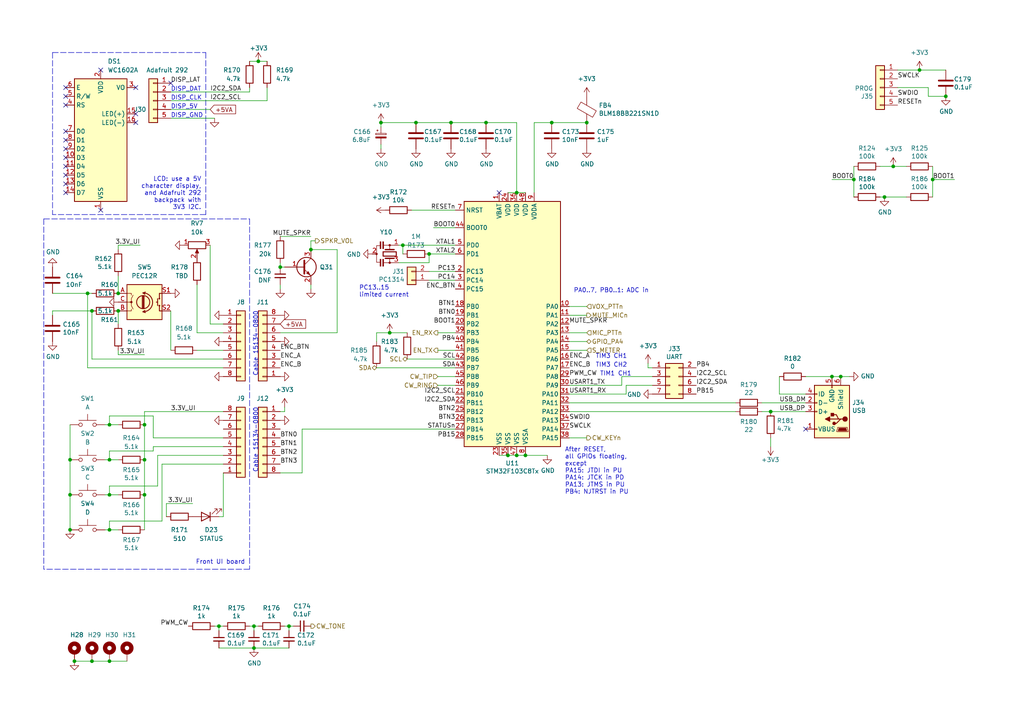
<source format=kicad_sch>
(kicad_sch (version 20211123) (generator eeschema)

  (uuid 5367a494-64b6-4f8c-adca-814c4b88525b)

  (paper "A4")

  (title_block
    (title "DART-70 TRX")
    (date "2023-02-18")
    (rev "0")
    (company "HB9EGM")
    (comment 1 "A 4m Band SSB/CW Transceiver")
    (comment 2 "User interface")
  )

  

  (junction (at 247.65 52.07) (diameter 0) (color 0 0 0 0)
    (uuid 0866ee23-d486-4d3a-a64d-98814c5ef163)
  )
  (junction (at 259.08 48.26) (diameter 0) (color 0 0 0 0)
    (uuid 0a368386-18d2-4ef6-8165-200b72a998f5)
  )
  (junction (at 31.75 153.67) (diameter 0) (color 0 0 0 0)
    (uuid 0f80f31f-72b7-4a12-98d4-1ab91816cb66)
  )
  (junction (at 34.29 85.09) (diameter 0) (color 0 0 0 0)
    (uuid 1276659c-ff14-4940-b214-e27c5bbbd628)
  )
  (junction (at 31.75 123.19) (diameter 0) (color 0 0 0 0)
    (uuid 1b4d93c0-b76c-47a2-869f-90d3a6551a1b)
  )
  (junction (at 26.67 90.17) (diameter 0) (color 0 0 0 0)
    (uuid 1d8e009c-7943-40d7-8021-ed1bc658a4c2)
  )
  (junction (at 223.52 119.38) (diameter 0) (color 0 0 0 0)
    (uuid 2a891096-042c-4004-b161-8bd2c0b59fd7)
  )
  (junction (at 266.7 20.32) (diameter 0) (color 0 0 0 0)
    (uuid 3a3e423a-0c3f-40d0-bc24-f2fd6c41cc34)
  )
  (junction (at 149.86 55.88) (diameter 0) (color 0 0 0 0)
    (uuid 3b398e0a-4c10-4dcc-aa1f-5dcd51a576d9)
  )
  (junction (at 20.32 143.51) (diameter 0) (color 0 0 0 0)
    (uuid 3e97b4b6-51fe-4831-8963-04e554d396f4)
  )
  (junction (at 243.84 109.22) (diameter 0) (color 0 0 0 0)
    (uuid 3f43b8cc-e232-4de4-a8bc-56a1a1c0a87a)
  )
  (junction (at 124.46 73.66) (diameter 0) (color 0 0 0 0)
    (uuid 418a0e9c-c95f-4d4a-a88f-ec13faf3303c)
  )
  (junction (at 31.75 133.35) (diameter 0) (color 0 0 0 0)
    (uuid 43b68646-b8ec-4be3-a413-276bb49b62bd)
  )
  (junction (at 130.81 35.56) (diameter 0) (color 0 0 0 0)
    (uuid 463e71c6-e035-4ed0-9a41-c3c9633f2c78)
  )
  (junction (at 90.17 72.39) (diameter 0) (color 0 0 0 0)
    (uuid 4aeb06a7-de87-4606-9e7f-a948ca11c315)
  )
  (junction (at 74.93 17.78) (diameter 0) (color 0 0 0 0)
    (uuid 506b584a-7a0c-4748-9a0a-fd2df4f10b53)
  )
  (junction (at 31.75 191.77) (diameter 0) (color 0 0 0 0)
    (uuid 59cde6dd-9dca-42cc-926a-90d90b278d0e)
  )
  (junction (at 20.32 133.35) (diameter 0) (color 0 0 0 0)
    (uuid 60f9aea0-5552-4cff-adfd-7e3333a6c431)
  )
  (junction (at 256.54 57.15) (diameter 0) (color 0 0 0 0)
    (uuid 6d4ae51e-8ca2-4932-9759-eaa3b5ce6b35)
  )
  (junction (at 149.86 132.08) (diameter 0) (color 0 0 0 0)
    (uuid 70b621b6-45b5-43cb-9683-d589118723d7)
  )
  (junction (at 147.32 132.08) (diameter 0) (color 0 0 0 0)
    (uuid 73e2a101-0bc0-414b-9aa7-7eeb8a3caef1)
  )
  (junction (at 120.65 35.56) (diameter 0) (color 0 0 0 0)
    (uuid 752fa345-d8be-4e99-aad1-e88671f99643)
  )
  (junction (at 160.02 35.56) (diameter 0) (color 0 0 0 0)
    (uuid 77b09fa1-fbbb-49ab-94c4-069660b694ff)
  )
  (junction (at 73.66 187.96) (diameter 0) (color 0 0 0 0)
    (uuid 782b86fa-ef9f-4c16-a991-b44a80f0f0c3)
  )
  (junction (at 110.49 35.56) (diameter 0) (color 0 0 0 0)
    (uuid 7a569be9-30d3-40a6-bcfb-48572e4d943e)
  )
  (junction (at 63.5 181.61) (diameter 0) (color 0 0 0 0)
    (uuid 7efaeda2-e767-44b9-adb2-3a0c3f4d2f1d)
  )
  (junction (at 25.4 85.09) (diameter 0) (color 0 0 0 0)
    (uuid 862cd780-bf4e-4e2e-bb26-0952d83f334b)
  )
  (junction (at 83.82 181.61) (diameter 0) (color 0 0 0 0)
    (uuid 8847e751-6992-4f80-92c5-c3bef4b5dbf6)
  )
  (junction (at 116.84 71.12) (diameter 0) (color 0 0 0 0)
    (uuid 8c497335-9f19-4d8f-81b9-d3f6e5560190)
  )
  (junction (at 241.3 109.22) (diameter 0) (color 0 0 0 0)
    (uuid 9801ccc8-5152-40bb-932d-67072f8cd8ad)
  )
  (junction (at 26.67 191.77) (diameter 0) (color 0 0 0 0)
    (uuid 98560b74-a1df-4f18-9056-9d04ee495b97)
  )
  (junction (at 140.97 35.56) (diameter 0) (color 0 0 0 0)
    (uuid 9cb0289b-897f-4a33-9575-6ead0989832a)
  )
  (junction (at 41.91 133.35) (diameter 0) (color 0 0 0 0)
    (uuid a306cb94-6ff0-43dc-b3ff-609bd041f651)
  )
  (junction (at 270.51 52.07) (diameter 0) (color 0 0 0 0)
    (uuid aa21b640-c66c-4373-8449-938440dd5f1c)
  )
  (junction (at 73.66 181.61) (diameter 0) (color 0 0 0 0)
    (uuid b2ecb88a-4c09-46d5-b24a-de38dbb48f75)
  )
  (junction (at 41.91 143.51) (diameter 0) (color 0 0 0 0)
    (uuid b47512f5-ddb1-4f6a-a01f-993a149ffa47)
  )
  (junction (at 152.4 132.08) (diameter 0) (color 0 0 0 0)
    (uuid b7e9cf10-b74e-4e80-a7f1-e33a29fe56de)
  )
  (junction (at 20.32 153.67) (diameter 0) (color 0 0 0 0)
    (uuid be9a62f2-23dd-41df-91a7-1f4ac377faf3)
  )
  (junction (at 81.28 77.47) (diameter 0) (color 0 0 0 0)
    (uuid c21d43cd-6a5c-49e4-8e47-27ce04de320c)
  )
  (junction (at 34.29 90.17) (diameter 0) (color 0 0 0 0)
    (uuid c2d3f10b-b9a2-4cb9-979d-644e3566b349)
  )
  (junction (at 21.59 191.77) (diameter 0) (color 0 0 0 0)
    (uuid c700ac3f-55c1-4328-ac50-f1d2cfb94ee9)
  )
  (junction (at 41.91 123.19) (diameter 0) (color 0 0 0 0)
    (uuid cc016ca4-b9a4-4d80-91ba-91d6e0df5bcc)
  )
  (junction (at 170.18 35.56) (diameter 0) (color 0 0 0 0)
    (uuid e1640c92-0a7b-4990-ae42-e9436c2a460d)
  )
  (junction (at 31.75 143.51) (diameter 0) (color 0 0 0 0)
    (uuid e4389c4e-c952-4182-9a64-3fb2a72a1786)
  )
  (junction (at 274.32 27.94) (diameter 0) (color 0 0 0 0)
    (uuid ed74c2b7-a3ac-4886-84f5-377b5e1bbbfc)
  )
  (junction (at 113.03 96.52) (diameter 0) (color 0 0 0 0)
    (uuid ff6d9fdb-84d0-4d1c-a636-19102cb32ce0)
  )

  (no_connect (at 19.05 30.48) (uuid 27a098aa-a54a-4603-8a04-fe8def00e684))
  (no_connect (at 19.05 25.4) (uuid 32b8b153-c903-4741-ad0e-f8d9602e50e4))
  (no_connect (at 39.37 33.02) (uuid 342988be-16c5-4d72-82f4-e65b4c5f0a23))
  (no_connect (at 233.68 124.46) (uuid 487ede9d-e4e2-47c1-b417-084ff862638c))
  (no_connect (at 19.05 45.72) (uuid 4f2980f5-7c43-4875-a7d2-8b8b265a1e46))
  (no_connect (at 19.05 40.64) (uuid 5187d1a9-67b2-40c1-a07c-4e0e8a38791d))
  (no_connect (at 39.37 35.56) (uuid 54760758-af89-4a41-a60d-e1b689c5006e))
  (no_connect (at 29.21 20.32) (uuid 5e0f13bf-804a-411e-8f5a-2678db83e4a0))
  (no_connect (at 19.05 38.1) (uuid 657b9520-f4f5-4bbd-96e9-e7037197e3d3))
  (no_connect (at 19.05 53.34) (uuid 68b3df11-6847-4453-820a-85d602ac575b))
  (no_connect (at 19.05 43.18) (uuid 7470b900-3f1e-497f-b369-8aad981a3392))
  (no_connect (at 29.21 60.96) (uuid 94d11b9d-6eb0-4385-9ae1-ddcc32221de4))
  (no_connect (at 19.05 48.26) (uuid 98bce542-8d71-44ac-8b06-d20ab5e9152b))
  (no_connect (at 19.05 55.88) (uuid 9a013d10-199f-4d04-bd4c-941faf08d324))
  (no_connect (at 144.78 55.88) (uuid b1a7eebe-6925-4250-9db7-8e9e0fa6cd98))
  (no_connect (at 19.05 27.94) (uuid cbf32607-4f05-4315-90ea-7b1ad43a34e7))
  (no_connect (at 49.53 24.13) (uuid d201603c-e100-4dec-85ec-f4b2f2d1beac))
  (no_connect (at 39.37 25.4) (uuid e52ceaab-2ff4-49eb-abf8-ad8d6eddfba5))
  (no_connect (at 19.05 50.8) (uuid e57a82f1-c1a2-475f-b5ba-dfeed83c5d9b))

  (wire (pts (xy 165.1 119.38) (xy 213.36 119.38))
    (stroke (width 0) (type default) (color 0 0 0 0))
    (uuid 006bc43b-d3a8-4a38-a8dc-5a24da3f9b4d)
  )
  (wire (pts (xy 49.53 26.67) (xy 72.39 26.67))
    (stroke (width 0) (type default) (color 0 0 0 0))
    (uuid 0172fa94-4b7c-4d5e-bde6-27bb171b91e9)
  )
  (wire (pts (xy 63.5 149.86) (xy 64.77 149.86))
    (stroke (width 0) (type default) (color 0 0 0 0))
    (uuid 01bec52d-63c5-49e5-955c-569d1162d97f)
  )
  (wire (pts (xy 34.29 71.12) (xy 40.64 71.12))
    (stroke (width 0) (type default) (color 0 0 0 0))
    (uuid 0242d9ef-e4f8-46fc-9a77-e91737006838)
  )
  (wire (pts (xy 60.96 71.12) (xy 60.96 93.98))
    (stroke (width 0) (type default) (color 0 0 0 0))
    (uuid 02f4b20d-c9a8-4969-8fae-b3557e58a4d5)
  )
  (wire (pts (xy 34.29 93.98) (xy 34.29 90.17))
    (stroke (width 0) (type default) (color 0 0 0 0))
    (uuid 035870a0-33fd-4542-9093-58d01a043d61)
  )
  (wire (pts (xy 119.38 60.96) (xy 132.08 60.96))
    (stroke (width 0) (type default) (color 0 0 0 0))
    (uuid 0454b0ed-4e94-46b1-9058-7210ddee62e4)
  )
  (wire (pts (xy 34.29 101.6) (xy 34.29 102.87))
    (stroke (width 0) (type default) (color 0 0 0 0))
    (uuid 075e8b22-aaf4-4757-89b3-6249642534f1)
  )
  (wire (pts (xy 170.18 127) (xy 165.1 127))
    (stroke (width 0) (type default) (color 0 0 0 0))
    (uuid 092bd70b-48e0-45b7-9940-021b2d382881)
  )
  (wire (pts (xy 44.45 120.65) (xy 31.75 120.65))
    (stroke (width 0) (type default) (color 0 0 0 0))
    (uuid 09f2736c-9021-4d8c-8548-ee1072a97795)
  )
  (wire (pts (xy 165.1 88.9) (xy 170.18 88.9))
    (stroke (width 0) (type default) (color 0 0 0 0))
    (uuid 09f67069-9731-43ad-9896-f538c04ef5ba)
  )
  (wire (pts (xy 15.24 91.44) (xy 15.24 90.17))
    (stroke (width 0) (type default) (color 0 0 0 0))
    (uuid 1021e01a-7480-4604-9b82-a8d70899e83d)
  )
  (wire (pts (xy 34.29 133.35) (xy 31.75 133.35))
    (stroke (width 0) (type default) (color 0 0 0 0))
    (uuid 10acd6cf-9aa0-464b-9051-98ec9eb1cee0)
  )
  (wire (pts (xy 48.26 146.05) (xy 55.88 146.05))
    (stroke (width 0) (type default) (color 0 0 0 0))
    (uuid 11719fed-d88d-4530-9c26-831b28b31b78)
  )
  (wire (pts (xy 64.77 132.08) (xy 45.72 132.08))
    (stroke (width 0) (type default) (color 0 0 0 0))
    (uuid 117ea635-ba04-4738-95f8-db64471b3c10)
  )
  (wire (pts (xy 165.1 116.84) (xy 213.36 116.84))
    (stroke (width 0) (type default) (color 0 0 0 0))
    (uuid 11b49d13-b047-4242-be65-9a9b1c80ec58)
  )
  (wire (pts (xy 127 101.6) (xy 132.08 101.6))
    (stroke (width 0) (type default) (color 0 0 0 0))
    (uuid 1627b889-41c1-4638-81bb-2059620a165d)
  )
  (wire (pts (xy 127 111.76) (xy 132.08 111.76))
    (stroke (width 0) (type default) (color 0 0 0 0))
    (uuid 166aacf9-9169-4bbe-a203-0c1180fa7c79)
  )
  (wire (pts (xy 266.7 20.32) (xy 274.32 20.32))
    (stroke (width 0) (type default) (color 0 0 0 0))
    (uuid 183d445a-de65-4a66-9059-9ba25be6a94a)
  )
  (wire (pts (xy 21.59 191.77) (xy 26.67 191.77))
    (stroke (width 0) (type default) (color 0 0 0 0))
    (uuid 1998e0d6-130d-4ba8-96ae-888a1f6e3081)
  )
  (wire (pts (xy 110.49 41.91) (xy 110.49 43.18))
    (stroke (width 0) (type default) (color 0 0 0 0))
    (uuid 1a795a6f-1bc6-41fb-82d7-5ae528094d84)
  )
  (wire (pts (xy 270.51 52.07) (xy 276.86 52.07))
    (stroke (width 0) (type default) (color 0 0 0 0))
    (uuid 1aa1dab1-f1aa-419d-8e2b-8cd33b1239aa)
  )
  (wire (pts (xy 90.17 69.85) (xy 91.44 69.85))
    (stroke (width 0) (type default) (color 0 0 0 0))
    (uuid 1d79b872-4247-447b-8107-559d53ddd5a5)
  )
  (wire (pts (xy 130.81 35.56) (xy 140.97 35.56))
    (stroke (width 0) (type default) (color 0 0 0 0))
    (uuid 2330a65f-a667-4564-b2ea-fd267508069a)
  )
  (wire (pts (xy 260.35 20.32) (xy 266.7 20.32))
    (stroke (width 0) (type default) (color 0 0 0 0))
    (uuid 23425199-2ac8-404e-b295-8bb0276f526e)
  )
  (wire (pts (xy 189.23 111.76) (xy 181.61 111.76))
    (stroke (width 0) (type default) (color 0 0 0 0))
    (uuid 238ce6dc-0557-409a-ab04-93448fccaac4)
  )
  (wire (pts (xy 160.02 35.56) (xy 154.94 35.56))
    (stroke (width 0) (type default) (color 0 0 0 0))
    (uuid 23d269d6-d694-442a-bf5d-98bf3544fc31)
  )
  (wire (pts (xy 269.24 25.4) (xy 269.24 27.94))
    (stroke (width 0) (type default) (color 0 0 0 0))
    (uuid 2480dd87-1dff-4a50-81a2-52ef161ac45c)
  )
  (wire (pts (xy 259.08 48.26) (xy 262.89 48.26))
    (stroke (width 0) (type default) (color 0 0 0 0))
    (uuid 24884ea9-449f-44bf-b800-4ed7c93ce21e)
  )
  (wire (pts (xy 63.5 181.61) (xy 63.5 182.88))
    (stroke (width 0) (type default) (color 0 0 0 0))
    (uuid 251435cb-df17-46ab-aac4-3d24ccac8db0)
  )
  (wire (pts (xy 109.22 106.68) (xy 132.08 106.68))
    (stroke (width 0) (type default) (color 0 0 0 0))
    (uuid 25892d42-97fc-44a1-b3ba-aeb16f99fc18)
  )
  (wire (pts (xy 223.52 119.38) (xy 233.68 119.38))
    (stroke (width 0) (type default) (color 0 0 0 0))
    (uuid 25ada721-670a-4020-ae0b-77410c4e375a)
  )
  (polyline (pts (xy 12.7 63.5) (xy 12.7 165.1))
    (stroke (width 0) (type default) (color 0 0 0 0))
    (uuid 2713b852-bf79-44b8-86d7-5e0782348c75)
  )

  (wire (pts (xy 34.29 123.19) (xy 31.75 123.19))
    (stroke (width 0) (type default) (color 0 0 0 0))
    (uuid 2965eaa9-5c83-4078-a673-05e36103f2d1)
  )
  (wire (pts (xy 26.67 104.14) (xy 64.77 104.14))
    (stroke (width 0) (type default) (color 0 0 0 0))
    (uuid 2b7ff33a-ec1c-46d5-8b84-ce602b213971)
  )
  (wire (pts (xy 127 109.22) (xy 132.08 109.22))
    (stroke (width 0) (type default) (color 0 0 0 0))
    (uuid 2bd08fdd-e559-4112-af36-bdef9848d0a6)
  )
  (wire (pts (xy 81.28 96.52) (xy 97.79 96.52))
    (stroke (width 0) (type default) (color 0 0 0 0))
    (uuid 2c6ad630-243d-427a-a5cf-bdab2e7e3ca0)
  )
  (wire (pts (xy 64.77 134.62) (xy 46.99 134.62))
    (stroke (width 0) (type default) (color 0 0 0 0))
    (uuid 2e004af1-24c2-4d3f-9cdf-8ffccd65096d)
  )
  (wire (pts (xy 57.15 82.55) (xy 57.15 96.52))
    (stroke (width 0) (type default) (color 0 0 0 0))
    (uuid 34bc620a-9d77-48b4-909a-ab4e80c66d2f)
  )
  (polyline (pts (xy 59.69 15.24) (xy 59.69 62.23))
    (stroke (width 0) (type default) (color 0 0 0 0))
    (uuid 36dbbb14-ed77-4633-af35-90660d2143f3)
  )

  (wire (pts (xy 120.65 35.56) (xy 130.81 35.56))
    (stroke (width 0) (type default) (color 0 0 0 0))
    (uuid 37e843e9-2538-4a91-9a9b-f536fa0a9e84)
  )
  (wire (pts (xy 64.77 127) (xy 44.45 127))
    (stroke (width 0) (type default) (color 0 0 0 0))
    (uuid 38d4be64-e2ca-4c77-8402-c0bcde2a8985)
  )
  (wire (pts (xy 247.65 52.07) (xy 247.65 57.15))
    (stroke (width 0) (type default) (color 0 0 0 0))
    (uuid 39fc171f-22e1-4125-a6fb-074be0f89972)
  )
  (wire (pts (xy 110.49 35.56) (xy 120.65 35.56))
    (stroke (width 0) (type default) (color 0 0 0 0))
    (uuid 3a013e8f-5b12-499b-8d2d-0ad49966db1a)
  )
  (wire (pts (xy 83.82 182.88) (xy 83.82 181.61))
    (stroke (width 0) (type default) (color 0 0 0 0))
    (uuid 3d927ca0-f4ad-42ab-b902-dfef8d84eebb)
  )
  (wire (pts (xy 270.51 52.07) (xy 270.51 57.15))
    (stroke (width 0) (type default) (color 0 0 0 0))
    (uuid 3ecb97a2-d71c-4514-8aef-66aafaac321d)
  )
  (wire (pts (xy 31.75 151.13) (xy 31.75 153.67))
    (stroke (width 0) (type default) (color 0 0 0 0))
    (uuid 3ecfdc85-ccb3-4449-a7de-24b5b9ff8623)
  )
  (wire (pts (xy 73.66 187.96) (xy 83.82 187.96))
    (stroke (width 0) (type default) (color 0 0 0 0))
    (uuid 3fc3a397-ec3a-4314-aa6a-44925ef4cbbe)
  )
  (polyline (pts (xy 15.24 15.24) (xy 59.69 15.24))
    (stroke (width 0) (type default) (color 0 0 0 0))
    (uuid 437ebe18-8f4c-4d60-9ade-e76424d17726)
  )

  (wire (pts (xy 83.82 181.61) (xy 85.09 181.61))
    (stroke (width 0) (type default) (color 0 0 0 0))
    (uuid 4736f749-4a0e-4a05-b1aa-d51f1c3fc23d)
  )
  (wire (pts (xy 160.02 35.56) (xy 170.18 35.56))
    (stroke (width 0) (type default) (color 0 0 0 0))
    (uuid 4829bee0-faa8-43f7-b2d7-8a6e5d1b3050)
  )
  (wire (pts (xy 34.29 80.01) (xy 34.29 85.09))
    (stroke (width 0) (type default) (color 0 0 0 0))
    (uuid 487cb37f-32e1-4fcc-b649-1ddd891984c5)
  )
  (wire (pts (xy 34.29 72.39) (xy 34.29 71.12))
    (stroke (width 0) (type default) (color 0 0 0 0))
    (uuid 4ac2ebce-bb4e-40ee-8aab-660b525d546b)
  )
  (wire (pts (xy 124.46 78.74) (xy 132.08 78.74))
    (stroke (width 0) (type default) (color 0 0 0 0))
    (uuid 4cd135a5-fdd1-4851-864a-dadf7c96d9ff)
  )
  (wire (pts (xy 20.32 123.19) (xy 20.32 133.35))
    (stroke (width 0) (type default) (color 0 0 0 0))
    (uuid 4d43e674-c1c0-4e11-b129-01108db367aa)
  )
  (wire (pts (xy 260.35 25.4) (xy 269.24 25.4))
    (stroke (width 0) (type default) (color 0 0 0 0))
    (uuid 4f69bb40-cbf2-45c5-8c23-3e0667e1f6c1)
  )
  (wire (pts (xy 165.1 114.3) (xy 181.61 114.3))
    (stroke (width 0) (type default) (color 0 0 0 0))
    (uuid 500298f6-b9ed-4e53-bde6-024545f1a90a)
  )
  (wire (pts (xy 44.45 129.54) (xy 44.45 130.81))
    (stroke (width 0) (type default) (color 0 0 0 0))
    (uuid 5340b604-f44f-4b11-a6bf-532ca4d65b6f)
  )
  (wire (pts (xy 165.1 99.06) (xy 170.18 99.06))
    (stroke (width 0) (type default) (color 0 0 0 0))
    (uuid 53b642b8-d876-4cba-97a5-d4c9c528a2c5)
  )
  (wire (pts (xy 74.93 17.78) (xy 72.39 17.78))
    (stroke (width 0) (type default) (color 0 0 0 0))
    (uuid 5650bed6-fa0f-4e0e-bc2c-475445b4cde8)
  )
  (wire (pts (xy 64.77 101.6) (xy 57.15 101.6))
    (stroke (width 0) (type default) (color 0 0 0 0))
    (uuid 58839379-e082-4fb4-906e-c6877a462c18)
  )
  (wire (pts (xy 34.29 143.51) (xy 31.75 143.51))
    (stroke (width 0) (type default) (color 0 0 0 0))
    (uuid 595e8034-8a59-4a5c-b366-f8604d8aa4da)
  )
  (wire (pts (xy 247.65 48.26) (xy 247.65 52.07))
    (stroke (width 0) (type default) (color 0 0 0 0))
    (uuid 5af71f61-4c88-4f07-8375-dac3a2ef186d)
  )
  (wire (pts (xy 110.49 35.56) (xy 110.49 36.83))
    (stroke (width 0) (type default) (color 0 0 0 0))
    (uuid 5e8f43a4-e869-473e-b093-0ec79ea19580)
  )
  (wire (pts (xy 226.06 114.3) (xy 233.68 114.3))
    (stroke (width 0) (type default) (color 0 0 0 0))
    (uuid 5f48357f-c353-4808-811f-74ed7ffaa7c6)
  )
  (wire (pts (xy 269.24 27.94) (xy 274.32 27.94))
    (stroke (width 0) (type default) (color 0 0 0 0))
    (uuid 61b6f2c4-b226-47d6-bbd8-9d67fcaf35c3)
  )
  (wire (pts (xy 256.54 57.15) (xy 262.89 57.15))
    (stroke (width 0) (type default) (color 0 0 0 0))
    (uuid 61e795c9-5bb5-48b3-b7a0-cb64f04c7adc)
  )
  (wire (pts (xy 49.53 101.6) (xy 49.53 90.17))
    (stroke (width 0) (type default) (color 0 0 0 0))
    (uuid 62bb59d5-9173-4472-8052-d1f9b5eb8ddd)
  )
  (wire (pts (xy 48.26 146.05) (xy 48.26 149.86))
    (stroke (width 0) (type default) (color 0 0 0 0))
    (uuid 653c064d-2952-4357-b6d2-6994eafa06e3)
  )
  (wire (pts (xy 34.29 153.67) (xy 31.75 153.67))
    (stroke (width 0) (type default) (color 0 0 0 0))
    (uuid 66d98295-60ac-4b7d-a181-3284b2b387bc)
  )
  (wire (pts (xy 124.46 76.2) (xy 124.46 73.66))
    (stroke (width 0) (type default) (color 0 0 0 0))
    (uuid 677a1070-c11b-49a9-8186-12e0a3e880b1)
  )
  (wire (pts (xy 77.47 29.21) (xy 77.47 25.4))
    (stroke (width 0) (type default) (color 0 0 0 0))
    (uuid 679e5b0e-a017-43d8-8845-79a886253d82)
  )
  (wire (pts (xy 26.67 191.77) (xy 31.75 191.77))
    (stroke (width 0) (type default) (color 0 0 0 0))
    (uuid 67a7995e-8784-42ca-a88d-2917f425f1b7)
  )
  (polyline (pts (xy 15.24 15.24) (xy 15.24 62.23))
    (stroke (width 0) (type default) (color 0 0 0 0))
    (uuid 6c1a4ff4-84d5-4723-9271-598658bada11)
  )

  (wire (pts (xy 165.1 111.76) (xy 180.34 111.76))
    (stroke (width 0) (type default) (color 0 0 0 0))
    (uuid 6f75ea3e-6135-44f5-9313-1aad839ab6f6)
  )
  (wire (pts (xy 31.75 153.67) (xy 30.48 153.67))
    (stroke (width 0) (type default) (color 0 0 0 0))
    (uuid 7015e2a0-a2e3-4f1d-a3b4-6e3232db9600)
  )
  (wire (pts (xy 74.93 17.78) (xy 77.47 17.78))
    (stroke (width 0) (type default) (color 0 0 0 0))
    (uuid 70fbc14f-75ce-4a72-aeed-887f01f7e9b7)
  )
  (wire (pts (xy 62.23 181.61) (xy 63.5 181.61))
    (stroke (width 0) (type default) (color 0 0 0 0))
    (uuid 742f6656-c86d-41c0-937e-ef6ded3bd482)
  )
  (wire (pts (xy 82.55 119.38) (xy 81.28 119.38))
    (stroke (width 0) (type default) (color 0 0 0 0))
    (uuid 759cc877-c951-4232-8801-84944e2711e0)
  )
  (wire (pts (xy 223.52 119.38) (xy 220.98 119.38))
    (stroke (width 0) (type default) (color 0 0 0 0))
    (uuid 771145ed-2e00-4172-ac95-37a36c6a35ce)
  )
  (wire (pts (xy 31.75 143.51) (xy 30.48 143.51))
    (stroke (width 0) (type default) (color 0 0 0 0))
    (uuid 79e9b764-7934-4c55-bbe2-66da90857ed4)
  )
  (wire (pts (xy 140.97 35.56) (xy 149.86 35.56))
    (stroke (width 0) (type default) (color 0 0 0 0))
    (uuid 7c1fd6fc-5c53-4ccb-a456-46fe6fc0bc71)
  )
  (wire (pts (xy 34.29 102.87) (xy 41.91 102.87))
    (stroke (width 0) (type default) (color 0 0 0 0))
    (uuid 7d0bbe80-0957-4d01-9233-f16ef102a13b)
  )
  (wire (pts (xy 82.55 181.61) (xy 83.82 181.61))
    (stroke (width 0) (type default) (color 0 0 0 0))
    (uuid 7d512d14-3ca4-4934-b506-eb07d268c7dc)
  )
  (wire (pts (xy 255.27 48.26) (xy 259.08 48.26))
    (stroke (width 0) (type default) (color 0 0 0 0))
    (uuid 7dd55760-37b2-4d89-b4f0-9a6e2271c608)
  )
  (wire (pts (xy 49.53 31.75) (xy 60.96 31.75))
    (stroke (width 0) (type default) (color 0 0 0 0))
    (uuid 7dea5b06-9728-4946-ac18-76df3b51d33b)
  )
  (wire (pts (xy 147.32 132.08) (xy 144.78 132.08))
    (stroke (width 0) (type default) (color 0 0 0 0))
    (uuid 7f2c9904-545b-4337-acd6-8707e0924818)
  )
  (wire (pts (xy 31.75 120.65) (xy 31.75 123.19))
    (stroke (width 0) (type default) (color 0 0 0 0))
    (uuid 7f70a162-654d-4a57-bc5d-a31cdfbe16ab)
  )
  (wire (pts (xy 243.84 109.22) (xy 241.3 109.22))
    (stroke (width 0) (type default) (color 0 0 0 0))
    (uuid 7fa098fb-b644-4e64-920e-8328b5d12f21)
  )
  (wire (pts (xy 270.51 48.26) (xy 270.51 52.07))
    (stroke (width 0) (type default) (color 0 0 0 0))
    (uuid 81d49193-5849-4589-9095-80c5e3a0c2bb)
  )
  (wire (pts (xy 41.91 133.35) (xy 41.91 123.19))
    (stroke (width 0) (type default) (color 0 0 0 0))
    (uuid 83b77b4d-dcc2-4e93-a5f3-1d1480646393)
  )
  (wire (pts (xy 82.55 118.11) (xy 82.55 119.38))
    (stroke (width 0) (type default) (color 0 0 0 0))
    (uuid 8531137a-1a8b-4272-8a2a-21ebe15116a8)
  )
  (wire (pts (xy 255.27 57.15) (xy 256.54 57.15))
    (stroke (width 0) (type default) (color 0 0 0 0))
    (uuid 875404be-e359-458a-af29-1bd3403dd55f)
  )
  (wire (pts (xy 170.18 96.52) (xy 165.1 96.52))
    (stroke (width 0) (type default) (color 0 0 0 0))
    (uuid 8916cfb5-5541-43a9-8e0e-951b776d485c)
  )
  (wire (pts (xy 90.17 69.85) (xy 90.17 72.39))
    (stroke (width 0) (type default) (color 0 0 0 0))
    (uuid 8c018d47-5ab9-4aea-a37a-71038b398265)
  )
  (wire (pts (xy 64.77 129.54) (xy 44.45 129.54))
    (stroke (width 0) (type default) (color 0 0 0 0))
    (uuid 8cad3c76-9d14-47b0-af16-b1d45fb7e210)
  )
  (wire (pts (xy 25.4 85.09) (xy 25.4 106.68))
    (stroke (width 0) (type default) (color 0 0 0 0))
    (uuid 8cc76f91-ded4-40ee-b697-880b3a291e2e)
  )
  (wire (pts (xy 20.32 143.51) (xy 20.32 153.67))
    (stroke (width 0) (type default) (color 0 0 0 0))
    (uuid 8d760ab7-cb5d-426a-b4aa-fb7e0964cb41)
  )
  (wire (pts (xy 113.03 96.52) (xy 118.11 96.52))
    (stroke (width 0) (type default) (color 0 0 0 0))
    (uuid 8eee2ea4-1445-45c5-abf0-47f99f0cf976)
  )
  (wire (pts (xy 73.66 181.61) (xy 74.93 181.61))
    (stroke (width 0) (type default) (color 0 0 0 0))
    (uuid 9004cee7-358e-4c08-9d64-a05f28a4e7b6)
  )
  (wire (pts (xy 15.24 85.09) (xy 25.4 85.09))
    (stroke (width 0) (type default) (color 0 0 0 0))
    (uuid 901dc96c-698d-427d-880a-ee46536a481f)
  )
  (wire (pts (xy 81.28 77.47) (xy 82.55 77.47))
    (stroke (width 0) (type default) (color 0 0 0 0))
    (uuid 91b93633-9d4a-4170-b7ca-34e2d5aedb1e)
  )
  (wire (pts (xy 124.46 73.66) (xy 132.08 73.66))
    (stroke (width 0) (type default) (color 0 0 0 0))
    (uuid 92cf4db4-2dba-4763-9cd8-3c7f8aff8f24)
  )
  (wire (pts (xy 124.46 76.2) (xy 115.57 76.2))
    (stroke (width 0) (type default) (color 0 0 0 0))
    (uuid 93b580d1-c2df-48c4-9d06-465ca9d3eebc)
  )
  (wire (pts (xy 31.75 130.81) (xy 31.75 133.35))
    (stroke (width 0) (type default) (color 0 0 0 0))
    (uuid 93da3a85-5fda-48d7-be90-2ac97d347c10)
  )
  (wire (pts (xy 31.75 133.35) (xy 30.48 133.35))
    (stroke (width 0) (type default) (color 0 0 0 0))
    (uuid 9a54de37-9a36-4361-8f2a-998faf1c0711)
  )
  (wire (pts (xy 87.63 124.46) (xy 132.08 124.46))
    (stroke (width 0) (type default) (color 0 0 0 0))
    (uuid 9c00f763-4387-4dca-9d2a-687600fcbd31)
  )
  (wire (pts (xy 220.98 116.84) (xy 233.68 116.84))
    (stroke (width 0) (type default) (color 0 0 0 0))
    (uuid 9f7324c5-50a2-442c-8a80-edf04aa2b2ac)
  )
  (wire (pts (xy 26.67 90.17) (xy 26.67 104.14))
    (stroke (width 0) (type default) (color 0 0 0 0))
    (uuid a17a454c-d5db-41e2-aad7-bb23416d3abb)
  )
  (wire (pts (xy 149.86 55.88) (xy 147.32 55.88))
    (stroke (width 0) (type default) (color 0 0 0 0))
    (uuid a32fe8ab-5810-40f6-8eab-48332c0ee5a0)
  )
  (wire (pts (xy 81.28 83.82) (xy 81.28 82.55))
    (stroke (width 0) (type default) (color 0 0 0 0))
    (uuid a6772870-a42e-49f8-bd4d-a35118c5fb87)
  )
  (wire (pts (xy 31.75 123.19) (xy 30.48 123.19))
    (stroke (width 0) (type default) (color 0 0 0 0))
    (uuid a8ec01c3-5395-47fc-8245-52f53884ef0c)
  )
  (wire (pts (xy 124.46 81.28) (xy 132.08 81.28))
    (stroke (width 0) (type default) (color 0 0 0 0))
    (uuid ab5db7e5-9de7-449f-b70b-9d0dd610b10b)
  )
  (wire (pts (xy 116.84 73.66) (xy 116.84 71.12))
    (stroke (width 0) (type default) (color 0 0 0 0))
    (uuid ac5a5c45-797a-4bbe-bfd5-5ce5a8aa3463)
  )
  (wire (pts (xy 109.22 99.06) (xy 109.22 96.52))
    (stroke (width 0) (type default) (color 0 0 0 0))
    (uuid acc086a0-e4a1-477e-a665-53709bdb472e)
  )
  (wire (pts (xy 81.28 76.2) (xy 81.28 77.47))
    (stroke (width 0) (type default) (color 0 0 0 0))
    (uuid ae0da676-b905-4af3-8d1e-af49105ca29d)
  )
  (wire (pts (xy 46.99 151.13) (xy 31.75 151.13))
    (stroke (width 0) (type default) (color 0 0 0 0))
    (uuid ae15e328-ecca-4103-8937-cab586d25863)
  )
  (wire (pts (xy 187.96 106.68) (xy 187.96 105.41))
    (stroke (width 0) (type default) (color 0 0 0 0))
    (uuid b02e051f-3ad1-4d09-a486-11f02dd3200d)
  )
  (wire (pts (xy 152.4 132.08) (xy 149.86 132.08))
    (stroke (width 0) (type default) (color 0 0 0 0))
    (uuid b05af61d-3c1d-44cf-aea2-61fd169c9d1a)
  )
  (wire (pts (xy 31.75 191.77) (xy 36.83 191.77))
    (stroke (width 0) (type default) (color 0 0 0 0))
    (uuid b28ba5b1-54d9-4597-94a4-3b5c7b5bab1e)
  )
  (wire (pts (xy 149.86 35.56) (xy 149.86 55.88))
    (stroke (width 0) (type default) (color 0 0 0 0))
    (uuid b3eebb03-af8c-48e8-a7d9-5ec3741206fa)
  )
  (polyline (pts (xy 72.39 63.5) (xy 72.39 165.1))
    (stroke (width 0) (type default) (color 0 0 0 0))
    (uuid b7352d31-f539-445c-ba3f-fbc1562b3d46)
  )

  (wire (pts (xy 181.61 111.76) (xy 181.61 114.3))
    (stroke (width 0) (type default) (color 0 0 0 0))
    (uuid b9fce689-53c2-4275-98d8-2c8da9bd740a)
  )
  (wire (pts (xy 116.84 71.12) (xy 115.57 71.12))
    (stroke (width 0) (type default) (color 0 0 0 0))
    (uuid ba80136a-34d0-4a97-a9c9-c43ab3f7be6e)
  )
  (wire (pts (xy 97.79 96.52) (xy 97.79 72.39))
    (stroke (width 0) (type default) (color 0 0 0 0))
    (uuid baa5fb47-0080-48ce-a6eb-0a22f840580d)
  )
  (wire (pts (xy 152.4 55.88) (xy 149.86 55.88))
    (stroke (width 0) (type default) (color 0 0 0 0))
    (uuid bade9875-e59b-4d52-b529-c48d7c265fc4)
  )
  (wire (pts (xy 81.28 137.16) (xy 87.63 137.16))
    (stroke (width 0) (type default) (color 0 0 0 0))
    (uuid bb740424-d759-4423-b2a5-0258d69ff2b8)
  )
  (wire (pts (xy 49.53 29.21) (xy 77.47 29.21))
    (stroke (width 0) (type default) (color 0 0 0 0))
    (uuid bc913ca4-9065-43d2-9d7f-c7073d14811d)
  )
  (wire (pts (xy 170.18 101.6) (xy 165.1 101.6))
    (stroke (width 0) (type default) (color 0 0 0 0))
    (uuid bcb9de97-da39-48c2-ba62-52171a3a19f8)
  )
  (wire (pts (xy 64.77 93.98) (xy 60.96 93.98))
    (stroke (width 0) (type default) (color 0 0 0 0))
    (uuid bcc6231b-fada-4e7b-994f-501a10edaac4)
  )
  (wire (pts (xy 118.11 104.14) (xy 132.08 104.14))
    (stroke (width 0) (type default) (color 0 0 0 0))
    (uuid bd09b87f-3171-467c-9c1b-9b264cb5811f)
  )
  (wire (pts (xy 45.72 132.08) (xy 45.72 140.97))
    (stroke (width 0) (type default) (color 0 0 0 0))
    (uuid bdc362f0-8353-4b85-a2e5-77a124b70e3e)
  )
  (wire (pts (xy 90.17 83.82) (xy 90.17 82.55))
    (stroke (width 0) (type default) (color 0 0 0 0))
    (uuid be3969cd-6eb6-46db-b717-5a91b206baa1)
  )
  (wire (pts (xy 46.99 134.62) (xy 46.99 151.13))
    (stroke (width 0) (type default) (color 0 0 0 0))
    (uuid bff5a479-d653-4ef3-9142-cd1c60af5e4c)
  )
  (wire (pts (xy 87.63 137.16) (xy 87.63 124.46))
    (stroke (width 0) (type default) (color 0 0 0 0))
    (uuid c11bad5b-a36f-48f7-a423-b6938509b64c)
  )
  (wire (pts (xy 25.4 85.09) (xy 26.67 85.09))
    (stroke (width 0) (type default) (color 0 0 0 0))
    (uuid c3bf758f-2f4a-44b5-89bd-399138aded84)
  )
  (wire (pts (xy 109.22 96.52) (xy 113.03 96.52))
    (stroke (width 0) (type default) (color 0 0 0 0))
    (uuid c4f64510-07d5-4ae3-902b-5d0e59c44376)
  )
  (wire (pts (xy 180.34 109.22) (xy 189.23 109.22))
    (stroke (width 0) (type default) (color 0 0 0 0))
    (uuid ca0eab8e-e3fd-464d-bb03-d1603b8a651b)
  )
  (wire (pts (xy 72.39 26.67) (xy 72.39 25.4))
    (stroke (width 0) (type default) (color 0 0 0 0))
    (uuid cf02db11-2ff8-4f79-b3e9-9802575ab786)
  )
  (polyline (pts (xy 72.39 165.1) (xy 12.7 165.1))
    (stroke (width 0) (type default) (color 0 0 0 0))
    (uuid d1139c2e-c886-424c-a875-a1901610c4d7)
  )

  (wire (pts (xy 154.94 35.56) (xy 154.94 55.88))
    (stroke (width 0) (type default) (color 0 0 0 0))
    (uuid d1ea7795-8403-4edb-b959-1b29f77ed16f)
  )
  (wire (pts (xy 26.67 90.17) (xy 15.24 90.17))
    (stroke (width 0) (type default) (color 0 0 0 0))
    (uuid d4d81f67-fac4-4771-8b7d-f2089683330d)
  )
  (wire (pts (xy 73.66 182.88) (xy 73.66 181.61))
    (stroke (width 0) (type default) (color 0 0 0 0))
    (uuid d8ebdeb0-2bbd-4a1b-a259-f95c97f44cbe)
  )
  (wire (pts (xy 72.39 181.61) (xy 73.66 181.61))
    (stroke (width 0) (type default) (color 0 0 0 0))
    (uuid dacfc6b2-f197-4446-86ee-d141533404be)
  )
  (wire (pts (xy 97.79 72.39) (xy 90.17 72.39))
    (stroke (width 0) (type default) (color 0 0 0 0))
    (uuid db2d81f3-23da-41d4-9b62-2e8fe838cf89)
  )
  (wire (pts (xy 246.38 109.22) (xy 243.84 109.22))
    (stroke (width 0) (type default) (color 0 0 0 0))
    (uuid dba4ad5b-8704-4fc8-9247-b9c4709cf1cf)
  )
  (wire (pts (xy 49.53 34.29) (xy 62.23 34.29))
    (stroke (width 0) (type default) (color 0 0 0 0))
    (uuid dc2567a8-f67d-423b-a6b0-f3bf10022eef)
  )
  (wire (pts (xy 132.08 71.12) (xy 116.84 71.12))
    (stroke (width 0) (type default) (color 0 0 0 0))
    (uuid dcbc5a2e-2561-4663-8736-09acc9fe0209)
  )
  (wire (pts (xy 63.5 187.96) (xy 73.66 187.96))
    (stroke (width 0) (type default) (color 0 0 0 0))
    (uuid ddcf9a83-0126-4df6-88fa-3363d508d3a6)
  )
  (wire (pts (xy 189.23 106.68) (xy 187.96 106.68))
    (stroke (width 0) (type default) (color 0 0 0 0))
    (uuid deadb616-b4aa-444c-a56e-5704f773e34d)
  )
  (wire (pts (xy 45.72 140.97) (xy 31.75 140.97))
    (stroke (width 0) (type default) (color 0 0 0 0))
    (uuid dece3cbd-7376-4a8b-8f30-175b2548ec21)
  )
  (wire (pts (xy 44.45 130.81) (xy 31.75 130.81))
    (stroke (width 0) (type default) (color 0 0 0 0))
    (uuid df1810e4-d2b1-4c4a-a469-1d3279013048)
  )
  (polyline (pts (xy 12.7 63.5) (xy 72.39 63.5))
    (stroke (width 0) (type default) (color 0 0 0 0))
    (uuid e1153486-162b-4507-b81c-3c8ab418a121)
  )

  (wire (pts (xy 158.75 132.08) (xy 152.4 132.08))
    (stroke (width 0) (type default) (color 0 0 0 0))
    (uuid e382fedc-c868-44fd-9740-47cc05b15c1c)
  )
  (wire (pts (xy 170.18 91.44) (xy 165.1 91.44))
    (stroke (width 0) (type default) (color 0 0 0 0))
    (uuid e4a40ea1-de8c-4913-8d95-0a86c0054fcc)
  )
  (wire (pts (xy 226.06 109.22) (xy 226.06 114.3))
    (stroke (width 0) (type default) (color 0 0 0 0))
    (uuid e584287a-6232-40cf-a082-8dea5986b945)
  )
  (wire (pts (xy 63.5 181.61) (xy 64.77 181.61))
    (stroke (width 0) (type default) (color 0 0 0 0))
    (uuid e68fac9b-3de3-4acb-9bb0-3dee3685df22)
  )
  (wire (pts (xy 180.34 111.76) (xy 180.34 109.22))
    (stroke (width 0) (type default) (color 0 0 0 0))
    (uuid e7130644-c4ae-4f9d-997d-5b4fa9d09578)
  )
  (wire (pts (xy 127 96.52) (xy 132.08 96.52))
    (stroke (width 0) (type default) (color 0 0 0 0))
    (uuid e719e133-06c8-48a5-8b34-3a33eec285a2)
  )
  (polyline (pts (xy 59.69 62.23) (xy 15.24 62.23))
    (stroke (width 0) (type default) (color 0 0 0 0))
    (uuid e8e850c4-7708-4bbf-84e9-a768c6d278e3)
  )

  (wire (pts (xy 223.52 129.54) (xy 223.52 127))
    (stroke (width 0) (type default) (color 0 0 0 0))
    (uuid e96fb2f4-eacc-40ed-bf61-c56b99b120c0)
  )
  (wire (pts (xy 44.45 127) (xy 44.45 120.65))
    (stroke (width 0) (type default) (color 0 0 0 0))
    (uuid e9b295a5-cdeb-4da6-bdd9-19728b2c98e4)
  )
  (wire (pts (xy 90.17 68.58) (xy 81.28 68.58))
    (stroke (width 0) (type default) (color 0 0 0 0))
    (uuid eaa232ae-0357-4d6f-87b8-c4745ba4beae)
  )
  (wire (pts (xy 64.77 149.86) (xy 64.77 137.16))
    (stroke (width 0) (type default) (color 0 0 0 0))
    (uuid eb0a63f4-b906-442b-93ec-ffece07fdfe0)
  )
  (wire (pts (xy 41.91 153.67) (xy 41.91 143.51))
    (stroke (width 0) (type default) (color 0 0 0 0))
    (uuid eb5c3818-51cd-4092-a6a2-1d306912382e)
  )
  (wire (pts (xy 125.73 66.04) (xy 132.08 66.04))
    (stroke (width 0) (type default) (color 0 0 0 0))
    (uuid ed265626-f6f5-4029-beb9-f6ad275e86b5)
  )
  (wire (pts (xy 41.91 143.51) (xy 41.91 133.35))
    (stroke (width 0) (type default) (color 0 0 0 0))
    (uuid ee955228-8cba-41df-9590-142549e57cef)
  )
  (wire (pts (xy 25.4 106.68) (xy 64.77 106.68))
    (stroke (width 0) (type default) (color 0 0 0 0))
    (uuid f0f2fa4c-2880-427e-a24f-022d6c3aded4)
  )
  (wire (pts (xy 41.91 119.38) (xy 64.77 119.38))
    (stroke (width 0) (type default) (color 0 0 0 0))
    (uuid f195bef5-4865-4edb-b1c1-1159dcbcf864)
  )
  (wire (pts (xy 31.75 140.97) (xy 31.75 143.51))
    (stroke (width 0) (type default) (color 0 0 0 0))
    (uuid f4034db7-8854-4045-b7b2-1e1c9b9e34c1)
  )
  (wire (pts (xy 149.86 132.08) (xy 147.32 132.08))
    (stroke (width 0) (type default) (color 0 0 0 0))
    (uuid f46f4b86-daf6-4869-98cb-928039f00f5f)
  )
  (wire (pts (xy 241.3 109.22) (xy 233.68 109.22))
    (stroke (width 0) (type default) (color 0 0 0 0))
    (uuid f6c96c0d-4cf7-4e5a-ad96-cb52e5fda138)
  )
  (wire (pts (xy 41.91 119.38) (xy 41.91 123.19))
    (stroke (width 0) (type default) (color 0 0 0 0))
    (uuid f7ab66cc-203f-4754-b8dc-ece5fbc39d5d)
  )
  (wire (pts (xy 20.32 133.35) (xy 20.32 143.51))
    (stroke (width 0) (type default) (color 0 0 0 0))
    (uuid f928df12-b33b-4d6e-8a51-572bf83802ca)
  )
  (wire (pts (xy 241.3 52.07) (xy 247.65 52.07))
    (stroke (width 0) (type default) (color 0 0 0 0))
    (uuid faac2d32-2379-4b8f-8acf-c85798bc06e6)
  )
  (wire (pts (xy 57.15 96.52) (xy 64.77 96.52))
    (stroke (width 0) (type default) (color 0 0 0 0))
    (uuid fea67a82-098b-48c6-940d-5cd9df757cce)
  )

  (text "TODO\n\nDone\nMove STM32 to main board\nReplace connector by footprints for buttons, encoder and display\nCheck how I finally did CW on Picardy 2020\nAdd cable between main board and control"
    (at 1.27 -15.24 0)
    (effects (font (size 3 3)) (justify left bottom))
    (uuid 1154c567-1e30-4104-a3b9-6b57e1efe0f8)
  )
  (text "DISP_5V" (at 49.53 31.75 0)
    (effects (font (size 1.27 1.27)) (justify left bottom))
    (uuid 1ae70af6-ac4a-4a28-aff8-9077e17e3e61)
  )
  (text "DISP_GND" (at 49.53 34.29 0)
    (effects (font (size 1.27 1.27)) (justify left bottom))
    (uuid 2a4a455a-d851-42f3-92ae-dce395b66e62)
  )
  (text "After RESET,\nall GPIOs floating,\nexcept\nPA15: JTDI in PU\nPA14: JTCK in PD\nPA13: JTMS in PU\nPB4: NJTRST in PU"
    (at 163.83 143.51 0)
    (effects (font (size 1.27 1.27)) (justify left bottom))
    (uuid 4585c64e-96ad-4886-8cc1-623266bf73bf)
  )
  (text "TIM1 CH1" (at 173.99 109.22 0)
    (effects (font (size 1.27 1.27)) (justify left bottom))
    (uuid 49389a66-8741-452b-8284-834f65c51e1b)
  )
  (text "Cable 15134-0800" (at 74.93 109.22 90)
    (effects (font (size 1.27 1.27)) (justify left bottom))
    (uuid 7b631093-e11c-49b0-a46a-633c5ceda110)
  )
  (text "TIM3 CH1" (at 172.72 104.14 0)
    (effects (font (size 1.27 1.27)) (justify left bottom))
    (uuid 7ea15999-0781-4c2e-a266-2adaf5a39946)
  )
  (text "Front UI board" (at 71.12 163.83 180)
    (effects (font (size 1.27 1.27)) (justify right bottom))
    (uuid 8d92f97b-74a7-43f9-9feb-d6e333f8a974)
  )
  (text "LCD: use a 5V\ncharacter display,\nand Adafruit 292\nbackpack with\n3V3 I2C.\n"
    (at 58.42 60.96 180)
    (effects (font (size 1.27 1.27)) (justify right bottom))
    (uuid 957effad-d1d8-4a6b-8428-056683589978)
  )
  (text "TIM3 CH2" (at 172.72 106.68 0)
    (effects (font (size 1.27 1.27)) (justify left bottom))
    (uuid a632aa3e-0113-4f5d-90b5-27bac9ed8392)
  )
  (text "PC13..15\nlimited current" (at 104.14 86.36 0)
    (effects (font (size 1.27 1.27)) (justify left bottom))
    (uuid d5605fa7-538d-473c-8da8-4e6409672b1d)
  )
  (text "Cable 15134-0800" (at 74.93 137.16 90)
    (effects (font (size 1.27 1.27)) (justify left bottom))
    (uuid dd938c83-7076-4e3c-82e0-49322a91ed68)
  )
  (text "DISP_DAT" (at 49.53 26.67 0)
    (effects (font (size 1.27 1.27)) (justify left bottom))
    (uuid e1ee8c3a-d18b-43d4-92e4-74a5b6e689c1)
  )
  (text "PA0..7, PB0..1: ADC in" (at 166.37 85.09 0)
    (effects (font (size 1.27 1.27)) (justify left bottom))
    (uuid fb6ae0ae-5f09-42f3-a277-43e9524a252b)
  )
  (text "DISP_CLK" (at 49.53 29.21 0)
    (effects (font (size 1.27 1.27)) (justify left bottom))
    (uuid fd29d2ff-b67b-4b37-95fa-5b64b72e1a7d)
  )

  (label "USB_DP" (at 226.06 119.38 0)
    (effects (font (size 1.27 1.27)) (justify left bottom))
    (uuid 0157ed9d-375b-4b39-a7c1-9cb08dcf67bf)
  )
  (label "USART1_RX" (at 165.1 114.3 0)
    (effects (font (size 1.27 1.27)) (justify left bottom))
    (uuid 0470f6f8-3373-4410-9688-3749de7c241a)
  )
  (label "SDA" (at 132.08 106.68 180)
    (effects (font (size 1.27 1.27)) (justify right bottom))
    (uuid 0886377c-acad-41ba-a045-1d436eadaaab)
  )
  (label "3.3V_UI" (at 41.91 102.87 180)
    (effects (font (size 1.27 1.27)) (justify right bottom))
    (uuid 0b2c254c-035e-4b52-9889-bbb048995de9)
  )
  (label "BTN1" (at 132.08 88.9 180)
    (effects (font (size 1.27 1.27)) (justify right bottom))
    (uuid 0ece2b87-02c1-4250-9204-efdee0b5a9d0)
  )
  (label "PB15" (at 201.93 114.3 0)
    (effects (font (size 1.27 1.27)) (justify left bottom))
    (uuid 1c36527b-20ab-4863-8486-3913ee2e57f4)
  )
  (label "3.3V_UI" (at 55.88 146.05 180)
    (effects (font (size 1.27 1.27)) (justify right bottom))
    (uuid 1df87102-6570-4cc8-9930-cfb8a8d46ff8)
  )
  (label "3.3V_UI" (at 40.64 71.12 180)
    (effects (font (size 1.27 1.27)) (justify right bottom))
    (uuid 3436c674-fa5d-4fce-9d91-c53bfa7b82ff)
  )
  (label "BOOT1" (at 276.86 52.07 180)
    (effects (font (size 1.27 1.27)) (justify right bottom))
    (uuid 3a41f6b2-d64e-4fc9-9c78-62461e28f42c)
  )
  (label "BTN2" (at 132.08 119.38 180)
    (effects (font (size 1.27 1.27)) (justify right bottom))
    (uuid 3fcf515a-b2e5-4769-a263-706606d34687)
  )
  (label "I2C2_SDA" (at 201.93 111.76 0)
    (effects (font (size 1.27 1.27)) (justify left bottom))
    (uuid 474da0bb-a80f-4ce4-b14e-5f26d8f31e91)
  )
  (label "USB_DM" (at 226.06 116.84 0)
    (effects (font (size 1.27 1.27)) (justify left bottom))
    (uuid 496eb987-d081-4e1e-a63a-28ee1d48f2f8)
  )
  (label "PB15" (at 132.08 127 180)
    (effects (font (size 1.27 1.27)) (justify right bottom))
    (uuid 4c756fc2-8fde-4459-8921-e1db5a89f1ba)
  )
  (label "SWDIO" (at 165.1 121.92 0)
    (effects (font (size 1.27 1.27)) (justify left bottom))
    (uuid 502090da-c5a3-4316-9f8a-2de92274b2b8)
  )
  (label "MUTE_SPKR" (at 165.1 93.98 0)
    (effects (font (size 1.27 1.27)) (justify left bottom))
    (uuid 57b815ce-1f83-4176-9946-50c52170481e)
  )
  (label "ENC_BTN" (at 132.08 83.82 180)
    (effects (font (size 1.27 1.27)) (justify right bottom))
    (uuid 588d3cbf-6c0a-4102-8f72-574f6ea20133)
  )
  (label "I2C2_SCL" (at 201.93 109.22 0)
    (effects (font (size 1.27 1.27)) (justify left bottom))
    (uuid 5900b9d3-f54e-4689-953a-e125f5f9fa71)
  )
  (label "SCL" (at 132.08 104.14 180)
    (effects (font (size 1.27 1.27)) (justify right bottom))
    (uuid 5bd9bd00-e17c-4137-8daf-974f4e7eb479)
  )
  (label "XTAL2" (at 132.08 73.66 180)
    (effects (font (size 1.27 1.27)) (justify right bottom))
    (uuid 5c5b3284-d7e2-4069-8087-eaf4a8346272)
  )
  (label "ENC_B" (at 81.28 106.68 0)
    (effects (font (size 1.27 1.27)) (justify left bottom))
    (uuid 5e4e2554-e691-40cb-837f-552b7d5bc858)
  )
  (label "3.3V_UI" (at 49.53 119.38 0)
    (effects (font (size 1.27 1.27)) (justify left bottom))
    (uuid 62ac7083-8caf-45e9-8895-1c0309ab5c83)
  )
  (label "I2C2_SDA" (at 132.08 116.84 180)
    (effects (font (size 1.27 1.27)) (justify right bottom))
    (uuid 6c1d0ff6-53d9-4a5b-89a8-5313d6ca7d94)
  )
  (label "BTN0" (at 132.08 91.44 180)
    (effects (font (size 1.27 1.27)) (justify right bottom))
    (uuid 72635b6d-f5d1-44fe-86b5-9bebc2da5d46)
  )
  (label "ENC_BTN" (at 81.28 101.6 0)
    (effects (font (size 1.27 1.27)) (justify left bottom))
    (uuid 73b08644-febb-4c1e-9b8f-826cf4cd7348)
  )
  (label "ENC_A" (at 165.1 104.14 0)
    (effects (font (size 1.27 1.27)) (justify left bottom))
    (uuid 7803a0ea-b6d3-457b-b195-42c8dc80b579)
  )
  (label "XTAL1" (at 132.08 71.12 180)
    (effects (font (size 1.27 1.27)) (justify right bottom))
    (uuid 794e55a0-75fe-436a-8b64-c2f248c65f18)
  )
  (label "ENC_B" (at 165.1 106.68 0)
    (effects (font (size 1.27 1.27)) (justify left bottom))
    (uuid 7fd58396-b4e5-46f4-aa37-499fb1457243)
  )
  (label "STATUSn" (at 132.08 124.46 180)
    (effects (font (size 1.27 1.27)) (justify right bottom))
    (uuid 8233de19-691a-4981-9177-f647c5ab854c)
  )
  (label "BTN2" (at 81.28 132.08 0)
    (effects (font (size 1.27 1.27)) (justify left bottom))
    (uuid 8b8cbcc8-2fab-4017-82d7-9e2b0dd87d55)
  )
  (label "RESETn" (at 260.35 30.48 0)
    (effects (font (size 1.27 1.27)) (justify left bottom))
    (uuid 8ce5f070-df4e-4d8d-b78f-3ef1b6a0875c)
  )
  (label "PWM_CW" (at 165.1 109.22 0)
    (effects (font (size 1.27 1.27)) (justify left bottom))
    (uuid 8d33a8d3-c5cc-40b4-ba71-6923d60927e2)
  )
  (label "BOOT0" (at 125.73 66.04 0)
    (effects (font (size 1.27 1.27)) (justify left bottom))
    (uuid 92ba8945-0271-4dc3-a102-541bc7646045)
  )
  (label "DISP_LAT" (at 49.53 24.13 0)
    (effects (font (size 1.27 1.27)) (justify left bottom))
    (uuid 92f4b848-251e-40e0-b324-8b9b23c0d808)
  )
  (label "PC14" (at 132.08 81.28 180)
    (effects (font (size 1.27 1.27)) (justify right bottom))
    (uuid 94b40fef-8e3d-4a32-a137-035c86ca86c8)
  )
  (label "PB4" (at 132.08 99.06 180)
    (effects (font (size 1.27 1.27)) (justify right bottom))
    (uuid a4813917-c395-4e03-b658-4133a12249cd)
  )
  (label "SWCLK" (at 260.35 22.86 0)
    (effects (font (size 1.27 1.27)) (justify left bottom))
    (uuid b4b8fad9-0954-4267-898b-11fce62b39de)
  )
  (label "PC13" (at 132.08 78.74 180)
    (effects (font (size 1.27 1.27)) (justify right bottom))
    (uuid bb592211-9895-49a1-bb6a-47f7a9f85864)
  )
  (label "SWCLK" (at 165.1 124.46 0)
    (effects (font (size 1.27 1.27)) (justify left bottom))
    (uuid bf046f55-cad5-4e6d-8fc5-1978a2a4f4dc)
  )
  (label "MUTE_SPKR" (at 90.17 68.58 180)
    (effects (font (size 1.27 1.27)) (justify right bottom))
    (uuid bf990ee0-74a2-4da7-8afc-cf8f9fcfdf9c)
  )
  (label "BTN3" (at 81.28 134.62 0)
    (effects (font (size 1.27 1.27)) (justify left bottom))
    (uuid c40d36bb-2efa-4bc3-859b-223faaa66f3e)
  )
  (label "BTN0" (at 81.28 127 0)
    (effects (font (size 1.27 1.27)) (justify left bottom))
    (uuid c435621a-1e7b-4aea-a701-d5d27a54bd0d)
  )
  (label "BOOT1" (at 132.08 93.98 180)
    (effects (font (size 1.27 1.27)) (justify right bottom))
    (uuid c8ce7d0f-bd8a-416c-9bb9-339f4090a830)
  )
  (label "I2C2_SCL" (at 60.96 29.21 0)
    (effects (font (size 1.27 1.27)) (justify left bottom))
    (uuid c90387a3-7222-414a-9f26-d5d7b7d40104)
  )
  (label "PWM_CW" (at 54.61 181.61 180)
    (effects (font (size 1.27 1.27)) (justify right bottom))
    (uuid cf672f56-2d68-4c6c-a783-23e23c937b72)
  )
  (label "SWDIO" (at 260.35 27.94 0)
    (effects (font (size 1.27 1.27)) (justify left bottom))
    (uuid e42b8b80-020c-4fee-b000-fd91abf3966d)
  )
  (label "USART1_TX" (at 165.1 111.76 0)
    (effects (font (size 1.27 1.27)) (justify left bottom))
    (uuid e721791d-da51-4bae-ab44-002be5ea386c)
  )
  (label "I2C2_SDA" (at 60.96 26.67 0)
    (effects (font (size 1.27 1.27)) (justify left bottom))
    (uuid e75faf61-76fe-4e22-b01e-16c228ce55be)
  )
  (label "RESETn" (at 132.08 60.96 180)
    (effects (font (size 1.27 1.27)) (justify right bottom))
    (uuid e9862dd4-26d2-4ddd-91fc-972d848045f5)
  )
  (label "I2C2_SCL" (at 132.08 114.3 180)
    (effects (font (size 1.27 1.27)) (justify right bottom))
    (uuid ee5ea3d6-1422-40d3-882b-9d8b9c72bbba)
  )
  (label "PB4" (at 201.93 106.68 0)
    (effects (font (size 1.27 1.27)) (justify left bottom))
    (uuid f2cb3dc7-19c3-4d39-8479-4368f9d1680c)
  )
  (label "BTN3" (at 132.08 121.92 180)
    (effects (font (size 1.27 1.27)) (justify right bottom))
    (uuid f686f314-e4c1-4c2d-a83a-58da96d3edf9)
  )
  (label "ENC_A" (at 81.28 104.14 0)
    (effects (font (size 1.27 1.27)) (justify left bottom))
    (uuid f7a8cf05-b405-47d6-a8ce-eb5ffec4afaa)
  )
  (label "BTN1" (at 81.28 129.54 0)
    (effects (font (size 1.27 1.27)) (justify left bottom))
    (uuid f82b8be3-e209-4493-8527-8e48e4d9c1ce)
  )
  (label "BOOT0" (at 241.3 52.07 0)
    (effects (font (size 1.27 1.27)) (justify left bottom))
    (uuid fd2d066c-2ff9-43c4-ab8e-a65d2b71b5c1)
  )

  (global_label "+5VA" (shape input) (at 60.96 31.75 0) (fields_autoplaced)
    (effects (font (size 1.27 1.27)) (justify left))
    (uuid 23c07a9f-1a0f-4174-9bf6-1e9d44a3bbdc)
    (property "Intersheet References" "${INTERSHEET_REFS}" (id 0) (at 68.3321 31.8294 0)
      (effects (font (size 1.27 1.27)) (justify left) hide)
    )
  )
  (global_label "+5VA" (shape input) (at 81.28 93.98 0) (fields_autoplaced)
    (effects (font (size 1.27 1.27)) (justify left))
    (uuid b6bf96cd-5d96-481c-b31e-d68390866415)
    (property "Intersheet References" "${INTERSHEET_REFS}" (id 0) (at 88.6521 94.0594 0)
      (effects (font (size 1.27 1.27)) (justify left) hide)
    )
  )

  (hierarchical_label "SDA" (shape bidirectional) (at 109.22 106.68 180)
    (effects (font (size 1.27 1.27)) (justify right))
    (uuid 0ef1b66f-e76b-4202-84a8-3a5c6b43b54d)
  )
  (hierarchical_label "CW_RING" (shape input) (at 127 111.76 180)
    (effects (font (size 1.27 1.27)) (justify right))
    (uuid 16a9ff70-bfb0-43c0-91e2-031c952ed930)
  )
  (hierarchical_label "MIC_PTTn" (shape input) (at 170.18 96.52 0)
    (effects (font (size 1.27 1.27)) (justify left))
    (uuid 1718dc82-e46c-4c2e-af5a-768580eea712)
  )
  (hierarchical_label "SPKR_VOL" (shape output) (at 91.44 69.85 0)
    (effects (font (size 1.27 1.27)) (justify left))
    (uuid 32993904-ff6f-4989-9ce4-90806124fcff)
  )
  (hierarchical_label "SCL" (shape bidirectional) (at 118.11 104.14 180)
    (effects (font (size 1.27 1.27)) (justify right))
    (uuid 474d99d2-54fe-431f-a744-fd4a289e3a63)
  )
  (hierarchical_label "EN_TX" (shape output) (at 127 101.6 180)
    (effects (font (size 1.27 1.27)) (justify right))
    (uuid 4a151dd5-28d8-42af-b70d-d52cf427540e)
  )
  (hierarchical_label "CW_KEYn" (shape output) (at 170.18 127 0)
    (effects (font (size 1.27 1.27)) (justify left))
    (uuid 5b1cf420-b469-4a8f-a998-9abdfd8b7687)
  )
  (hierarchical_label "GPIO_PA4" (shape bidirectional) (at 170.18 99.06 0)
    (effects (font (size 1.27 1.27)) (justify left))
    (uuid 66b37154-37b1-4543-8931-fdcc691edda8)
  )
  (hierarchical_label "EN_RX" (shape output) (at 127 96.52 180)
    (effects (font (size 1.27 1.27)) (justify right))
    (uuid 92563de1-61c4-4e3f-8603-96474790934f)
  )
  (hierarchical_label "CW_TIP" (shape input) (at 127 109.22 180)
    (effects (font (size 1.27 1.27)) (justify right))
    (uuid a263031f-c5bf-414f-9c78-a88827a06381)
  )
  (hierarchical_label "S_METER" (shape input) (at 170.18 101.6 0)
    (effects (font (size 1.27 1.27)) (justify left))
    (uuid d205f026-5c37-4a8f-96d0-c67ab0976f34)
  )
  (hierarchical_label "CW_TONE" (shape output) (at 90.17 181.61 0)
    (effects (font (size 1.27 1.27)) (justify left))
    (uuid d618158f-4184-4754-aa33-65a98e706342)
  )
  (hierarchical_label "MUTE_MICn" (shape output) (at 170.18 91.44 0)
    (effects (font (size 1.27 1.27)) (justify left))
    (uuid e721274f-b458-4ab5-8d4d-44bffaffa7c9)
  )
  (hierarchical_label "VOX_PTTn" (shape input) (at 170.18 88.9 0)
    (effects (font (size 1.27 1.27)) (justify left))
    (uuid f97878bd-928c-4c4c-89be-8b4d252b39c8)
  )

  (symbol (lib_id "Device:R") (at 115.57 60.96 90) (unit 1)
    (in_bom yes) (on_board yes)
    (uuid 00000000-0000-0000-0000-00005e3048e7)
    (property "Reference" "R172" (id 0) (at 115.57 55.7022 90))
    (property "Value" "10k" (id 1) (at 115.57 58.0136 90))
    (property "Footprint" "Resistor_SMD:R_0603_1608Metric_Pad0.98x0.95mm_HandSolder" (id 2) (at 115.57 62.738 90)
      (effects (font (size 1.27 1.27)) hide)
    )
    (property "Datasheet" "~" (id 3) (at 115.57 60.96 0)
      (effects (font (size 1.27 1.27)) hide)
    )
    (property "Need_order" "0" (id 4) (at 115.57 60.96 0)
      (effects (font (size 1.27 1.27)) hide)
    )
    (pin "1" (uuid f8f190b9-b0db-4303-be1a-5600b63ef7b3))
    (pin "2" (uuid 7e09dacf-e7df-4d1b-ae00-782e58d5681e))
  )

  (symbol (lib_id "Device:FerriteBead") (at 170.18 31.75 180) (unit 1)
    (in_bom yes) (on_board yes)
    (uuid 00000000-0000-0000-0000-00005e5709c5)
    (property "Reference" "FB4" (id 0) (at 173.6598 30.5816 0)
      (effects (font (size 1.27 1.27)) (justify right))
    )
    (property "Value" "BLM18BB221SN1D" (id 1) (at 173.6598 32.893 0)
      (effects (font (size 1.27 1.27)) (justify right))
    )
    (property "Footprint" "Inductor_SMD:L_0603_1608Metric_Pad1.05x0.95mm_HandSolder" (id 2) (at 171.958 31.75 90)
      (effects (font (size 1.27 1.27)) hide)
    )
    (property "Datasheet" "~" (id 3) (at 170.18 31.75 0)
      (effects (font (size 1.27 1.27)) hide)
    )
    (property "MPN" "BLM18BB221SN1D" (id 4) (at 170.18 31.75 90)
      (effects (font (size 1.27 1.27)) hide)
    )
    (property "Need_order" "0" (id 5) (at 170.18 31.75 90)
      (effects (font (size 1.27 1.27)) hide)
    )
    (pin "1" (uuid 91739e86-f39b-4cdc-b575-642e4a50730e))
    (pin "2" (uuid f96e437f-ac96-4e0c-9515-7163a925c871))
  )

  (symbol (lib_id "Device:R") (at 58.42 181.61 270) (unit 1)
    (in_bom yes) (on_board yes)
    (uuid 00000000-0000-0000-0000-00005e58e428)
    (property "Reference" "R174" (id 0) (at 58.42 176.3522 90))
    (property "Value" "1k" (id 1) (at 58.42 178.6636 90))
    (property "Footprint" "Resistor_SMD:R_0603_1608Metric_Pad0.98x0.95mm_HandSolder" (id 2) (at 58.42 179.832 90)
      (effects (font (size 1.27 1.27)) hide)
    )
    (property "Datasheet" "~" (id 3) (at 58.42 181.61 0)
      (effects (font (size 1.27 1.27)) hide)
    )
    (property "Need_order" "0" (id 4) (at 58.42 181.61 0)
      (effects (font (size 1.27 1.27)) hide)
    )
    (pin "1" (uuid 281b5eb6-1208-42ae-bb8a-610da179d81d))
    (pin "2" (uuid 5f6ef5a5-fcef-46d6-861e-e8cbd84496dc))
  )

  (symbol (lib_id "Device:C_Small") (at 73.66 185.42 0) (unit 1)
    (in_bom yes) (on_board yes)
    (uuid 00000000-0000-0000-0000-00005e5a72b6)
    (property "Reference" "C171" (id 0) (at 75.9968 184.2516 0)
      (effects (font (size 1.27 1.27)) (justify left))
    )
    (property "Value" "0.1uF" (id 1) (at 75.9968 186.563 0)
      (effects (font (size 1.27 1.27)) (justify left))
    )
    (property "Footprint" "Capacitor_SMD:C_0603_1608Metric_Pad1.08x0.95mm_HandSolder" (id 2) (at 73.66 185.42 0)
      (effects (font (size 1.27 1.27)) hide)
    )
    (property "Datasheet" "~" (id 3) (at 73.66 185.42 0)
      (effects (font (size 1.27 1.27)) hide)
    )
    (property "MPN" "GRM188R71H104KA93D" (id 4) (at 73.66 185.42 0)
      (effects (font (size 1.27 1.27)) hide)
    )
    (property "Need_order" "0" (id 5) (at 73.66 185.42 0)
      (effects (font (size 1.27 1.27)) hide)
    )
    (pin "1" (uuid b533d202-b04e-42ab-9365-795e730feb44))
    (pin "2" (uuid 8b17d1c2-7934-45ab-8740-3ff19c5f5da5))
  )

  (symbol (lib_id "Device:R") (at 68.58 181.61 270) (unit 1)
    (in_bom yes) (on_board yes)
    (uuid 00000000-0000-0000-0000-00005e5a9b8e)
    (property "Reference" "R175" (id 0) (at 68.58 176.3522 90))
    (property "Value" "1k" (id 1) (at 68.58 178.6636 90))
    (property "Footprint" "Resistor_SMD:R_0603_1608Metric_Pad0.98x0.95mm_HandSolder" (id 2) (at 68.58 179.832 90)
      (effects (font (size 1.27 1.27)) hide)
    )
    (property "Datasheet" "~" (id 3) (at 68.58 181.61 0)
      (effects (font (size 1.27 1.27)) hide)
    )
    (property "Need_order" "0" (id 4) (at 68.58 181.61 0)
      (effects (font (size 1.27 1.27)) hide)
    )
    (pin "1" (uuid 03f2f483-0f35-4c0f-8c9b-031e53791a92))
    (pin "2" (uuid cd62a01c-3e56-4d97-b8cd-4489859cfde2))
  )

  (symbol (lib_id "Device:C_Small") (at 63.5 185.42 0) (unit 1)
    (in_bom yes) (on_board yes)
    (uuid 00000000-0000-0000-0000-00005e5a9b9a)
    (property "Reference" "C169" (id 0) (at 65.8368 184.2516 0)
      (effects (font (size 1.27 1.27)) (justify left))
    )
    (property "Value" "0.1uF" (id 1) (at 65.8368 186.563 0)
      (effects (font (size 1.27 1.27)) (justify left))
    )
    (property "Footprint" "Capacitor_SMD:C_0603_1608Metric_Pad1.08x0.95mm_HandSolder" (id 2) (at 63.5 185.42 0)
      (effects (font (size 1.27 1.27)) hide)
    )
    (property "Datasheet" "~" (id 3) (at 63.5 185.42 0)
      (effects (font (size 1.27 1.27)) hide)
    )
    (property "MPN" "GRM188R71H104KA93D" (id 4) (at 63.5 185.42 0)
      (effects (font (size 1.27 1.27)) hide)
    )
    (property "Need_order" "0" (id 5) (at 63.5 185.42 0)
      (effects (font (size 1.27 1.27)) hide)
    )
    (pin "1" (uuid 3fcfdd05-38dd-4c86-a67d-03828382e13d))
    (pin "2" (uuid 32253759-c329-4a42-a9cc-9133e1b902a6))
  )

  (symbol (lib_id "Device:C_Small") (at 83.82 185.42 0) (unit 1)
    (in_bom yes) (on_board yes)
    (uuid 00000000-0000-0000-0000-00005e5af42d)
    (property "Reference" "C172" (id 0) (at 86.1568 184.2516 0)
      (effects (font (size 1.27 1.27)) (justify left))
    )
    (property "Value" "0.1uF" (id 1) (at 86.1568 186.563 0)
      (effects (font (size 1.27 1.27)) (justify left))
    )
    (property "Footprint" "Capacitor_SMD:C_0603_1608Metric_Pad1.08x0.95mm_HandSolder" (id 2) (at 83.82 185.42 0)
      (effects (font (size 1.27 1.27)) hide)
    )
    (property "Datasheet" "~" (id 3) (at 83.82 185.42 0)
      (effects (font (size 1.27 1.27)) hide)
    )
    (property "MPN" "GRM188R71H104KA93D" (id 4) (at 83.82 185.42 0)
      (effects (font (size 1.27 1.27)) hide)
    )
    (property "Need_order" "0" (id 5) (at 83.82 185.42 0)
      (effects (font (size 1.27 1.27)) hide)
    )
    (pin "1" (uuid 83e7466b-e8cc-4ed1-bdf0-1d6c37cb6ca6))
    (pin "2" (uuid f866e63f-9952-4bca-a80c-306e990dea84))
  )

  (symbol (lib_id "Device:R") (at 78.74 181.61 270) (unit 1)
    (in_bom yes) (on_board yes)
    (uuid 00000000-0000-0000-0000-00005e5af438)
    (property "Reference" "R176" (id 0) (at 78.74 176.3522 90))
    (property "Value" "1k" (id 1) (at 78.74 178.6636 90))
    (property "Footprint" "Resistor_SMD:R_0603_1608Metric_Pad0.98x0.95mm_HandSolder" (id 2) (at 78.74 179.832 90)
      (effects (font (size 1.27 1.27)) hide)
    )
    (property "Datasheet" "~" (id 3) (at 78.74 181.61 0)
      (effects (font (size 1.27 1.27)) hide)
    )
    (property "Need_order" "0" (id 4) (at 78.74 181.61 0)
      (effects (font (size 1.27 1.27)) hide)
    )
    (pin "1" (uuid 48eaabae-50f0-4257-9597-3341a960ee69))
    (pin "2" (uuid a69df032-e066-4e22-a183-8d0fe9852363))
  )

  (symbol (lib_id "Device:C_Small") (at 87.63 181.61 90) (unit 1)
    (in_bom yes) (on_board yes)
    (uuid 00000000-0000-0000-0000-00005e5b4333)
    (property "Reference" "C174" (id 0) (at 87.63 175.7934 90))
    (property "Value" "0.1uF" (id 1) (at 87.63 178.1048 90))
    (property "Footprint" "Capacitor_SMD:C_0603_1608Metric_Pad1.08x0.95mm_HandSolder" (id 2) (at 87.63 181.61 0)
      (effects (font (size 1.27 1.27)) hide)
    )
    (property "Datasheet" "~" (id 3) (at 87.63 181.61 0)
      (effects (font (size 1.27 1.27)) hide)
    )
    (property "MPN" "GRM188R71H104KA93D" (id 4) (at 87.63 181.61 0)
      (effects (font (size 1.27 1.27)) hide)
    )
    (property "Need_order" "0" (id 5) (at 87.63 181.61 0)
      (effects (font (size 1.27 1.27)) hide)
    )
    (pin "1" (uuid 35caa2ff-5ac0-414a-9ce1-dd4c07fecc3f))
    (pin "2" (uuid 4923844c-9901-4d77-8334-11fc5594158a))
  )

  (symbol (lib_id "power:GND") (at 73.66 187.96 0) (unit 1)
    (in_bom yes) (on_board yes)
    (uuid 00000000-0000-0000-0000-00005e5cebae)
    (property "Reference" "#PWR0222" (id 0) (at 73.66 194.31 0)
      (effects (font (size 1.27 1.27)) hide)
    )
    (property "Value" "GND" (id 1) (at 73.787 192.3542 0))
    (property "Footprint" "" (id 2) (at 73.66 187.96 0)
      (effects (font (size 1.27 1.27)) hide)
    )
    (property "Datasheet" "" (id 3) (at 73.66 187.96 0)
      (effects (font (size 1.27 1.27)) hide)
    )
    (pin "1" (uuid 97db9b5d-2037-4cda-aae2-aa1a02947488))
  )

  (symbol (lib_id "Device:R") (at 118.11 100.33 0) (unit 1)
    (in_bom yes) (on_board yes) (fields_autoplaced)
    (uuid 00000000-0000-0000-0000-00005e60f832)
    (property "Reference" "R183" (id 0) (at 115.57 99.0599 0)
      (effects (font (size 1.27 1.27)) (justify right))
    )
    (property "Value" "4.7k" (id 1) (at 115.57 101.5999 0)
      (effects (font (size 1.27 1.27)) (justify right))
    )
    (property "Footprint" "Resistor_SMD:R_0603_1608Metric_Pad0.98x0.95mm_HandSolder" (id 2) (at 116.332 100.33 90)
      (effects (font (size 1.27 1.27)) hide)
    )
    (property "Datasheet" "~" (id 3) (at 118.11 100.33 0)
      (effects (font (size 1.27 1.27)) hide)
    )
    (property "Need_order" "0" (id 4) (at 118.11 100.33 0)
      (effects (font (size 1.27 1.27)) hide)
    )
    (pin "1" (uuid fe52833b-0978-4f81-9c0d-ae54a439bc4e))
    (pin "2" (uuid ac72b9ff-51d6-42fe-b53b-67a181043497))
  )

  (symbol (lib_id "Device:R") (at 109.22 102.87 0) (unit 1)
    (in_bom yes) (on_board yes) (fields_autoplaced)
    (uuid 00000000-0000-0000-0000-00005e61059e)
    (property "Reference" "R185" (id 0) (at 106.68 101.5999 0)
      (effects (font (size 1.27 1.27)) (justify right))
    )
    (property "Value" "4.7k" (id 1) (at 106.68 104.1399 0)
      (effects (font (size 1.27 1.27)) (justify right))
    )
    (property "Footprint" "Resistor_SMD:R_0603_1608Metric_Pad0.98x0.95mm_HandSolder" (id 2) (at 107.442 102.87 90)
      (effects (font (size 1.27 1.27)) hide)
    )
    (property "Datasheet" "~" (id 3) (at 109.22 102.87 0)
      (effects (font (size 1.27 1.27)) hide)
    )
    (property "Need_order" "0" (id 4) (at 109.22 102.87 0)
      (effects (font (size 1.27 1.27)) hide)
    )
    (pin "1" (uuid 903452fc-132c-4009-8163-3b8ec53c9b24))
    (pin "2" (uuid e5388fd9-ebe4-4960-bdcf-d5b9f75809a8))
  )

  (symbol (lib_id "Device:R") (at 38.1 153.67 90) (unit 1)
    (in_bom yes) (on_board yes)
    (uuid 00000000-0000-0000-0000-00005e769b25)
    (property "Reference" "R167" (id 0) (at 38.1 156.591 90))
    (property "Value" "5.1k" (id 1) (at 38.1 158.9024 90))
    (property "Footprint" "Resistor_SMD:R_0603_1608Metric_Pad0.98x0.95mm_HandSolder" (id 2) (at 38.1 155.448 90)
      (effects (font (size 1.27 1.27)) hide)
    )
    (property "Datasheet" "~" (id 3) (at 38.1 153.67 0)
      (effects (font (size 1.27 1.27)) hide)
    )
    (property "Need_order" "0" (id 4) (at 38.1 153.67 0)
      (effects (font (size 1.27 1.27)) hide)
    )
    (pin "1" (uuid 1cb9db02-79bb-4e6e-9f31-aed30a81217b))
    (pin "2" (uuid 2aba1e16-1f50-4bfc-9b1b-e74806910828))
  )

  (symbol (lib_id "Device:R") (at 38.1 123.19 90) (unit 1)
    (in_bom yes) (on_board yes) (fields_autoplaced)
    (uuid 00000000-0000-0000-0000-00005e769b30)
    (property "Reference" "R164" (id 0) (at 38.1 127 90))
    (property "Value" "5.1k" (id 1) (at 38.1 129.54 90))
    (property "Footprint" "Resistor_SMD:R_0603_1608Metric_Pad0.98x0.95mm_HandSolder" (id 2) (at 38.1 124.968 90)
      (effects (font (size 1.27 1.27)) hide)
    )
    (property "Datasheet" "~" (id 3) (at 38.1 123.19 0)
      (effects (font (size 1.27 1.27)) hide)
    )
    (property "Need_order" "0" (id 4) (at 38.1 123.19 0)
      (effects (font (size 1.27 1.27)) hide)
    )
    (pin "1" (uuid 827bf8cb-b8fe-441c-9820-6008651e5541))
    (pin "2" (uuid 7e7f611f-ef35-4ef0-9156-83776b71dbc4))
  )

  (symbol (lib_id "MCU_ST_STM32F1:STM32F103C8Tx") (at 149.86 93.98 0) (unit 1)
    (in_bom yes) (on_board yes)
    (uuid 00000000-0000-0000-0000-00005e8e9efd)
    (property "Reference" "U11" (id 0) (at 148.59 134.3406 0))
    (property "Value" "STM32F103C8Tx" (id 1) (at 148.59 136.652 0))
    (property "Footprint" "Package_QFP:LQFP-48_7x7mm_P0.5mm" (id 2) (at 134.62 129.54 0)
      (effects (font (size 1.27 1.27)) (justify right) hide)
    )
    (property "Datasheet" "/home/bram/Sync/Doc/Datasheet/stm32f103c8.pdf" (id 3) (at 149.86 93.98 0)
      (effects (font (size 1.27 1.27)) hide)
    )
    (property "MPN" "STM32F103C8T6" (id 4) (at 149.86 93.98 0)
      (effects (font (size 1.27 1.27)) hide)
    )
    (property "Need_order" "0" (id 5) (at 149.86 93.98 0)
      (effects (font (size 1.27 1.27)) hide)
    )
    (pin "1" (uuid 61d821ee-c7bd-4d2b-b7e9-4e81ee1b8602))
    (pin "10" (uuid 1c01f631-4c1f-4e15-a1d2-54083229abb6))
    (pin "11" (uuid c82314fb-b4ac-4ed8-aec2-b325b564e9a4))
    (pin "12" (uuid 72f41ef1-4222-4d47-9898-21f8bf7cc84d))
    (pin "13" (uuid 328facdd-25b8-40a7-8786-b42d46d8274c))
    (pin "14" (uuid b7407771-d37d-4a42-a5ab-8412b7e34cb2))
    (pin "15" (uuid 490817a9-8a3a-4dae-8218-68d4d944ab07))
    (pin "16" (uuid 6ae7de5c-eb75-42f4-ac7f-f9823a44b55a))
    (pin "17" (uuid ec198a9f-ebfb-4aaa-87ee-f575e57b7386))
    (pin "18" (uuid 4421f60e-2771-4572-b78f-aa0ce9845f18))
    (pin "19" (uuid ae59de59-f6fd-4cf7-92ed-5fa27ed90161))
    (pin "2" (uuid bdded5d3-90e6-47a7-a1cf-f0bc3533e644))
    (pin "20" (uuid 39902edf-5802-448e-88e7-c0a626fd1566))
    (pin "21" (uuid 7e5b667d-dca2-4dad-b7ff-c13fd71a5b0a))
    (pin "22" (uuid fa981811-5bae-4ea8-8d10-2e353095031b))
    (pin "23" (uuid 792a1cd3-3dc5-4829-9ef2-04c39da5e19b))
    (pin "24" (uuid ed248c36-b3d8-4b83-93be-845a9be4ddc4))
    (pin "25" (uuid 7868f726-fb81-4564-96fb-0006c278cbdd))
    (pin "26" (uuid 0c4836c5-d2bf-4073-8012-f893239e8fa9))
    (pin "27" (uuid d0ae2d4d-a6c7-46bb-be70-ce40d6ce7154))
    (pin "28" (uuid a5f2c6a6-39af-4d56-9c9b-76b3b222b1a9))
    (pin "29" (uuid f7d7526c-ca90-4538-b8a3-c4e7b75d26a5))
    (pin "3" (uuid b7374701-d54c-4093-8c0e-9ad3b60b14e1))
    (pin "30" (uuid 37e9ec5d-fc08-4f4a-acc8-e13da11d3332))
    (pin "31" (uuid 135ac9a5-3d47-4cab-9c0d-b9bdf28432ad))
    (pin "32" (uuid 3f4b01ed-fc80-45b4-9157-5fb77a45a6ca))
    (pin "33" (uuid fe81db8f-71b2-43f6-a48e-e806978b198a))
    (pin "34" (uuid 70048c5d-783b-47fc-a1d5-fc843d139fe4))
    (pin "35" (uuid 5f7be35c-2d59-4e1f-b01e-3cedb83626fa))
    (pin "36" (uuid 56913f3b-c5c3-4906-9940-966db22d7262))
    (pin "37" (uuid 4339f4ed-bd29-4430-b998-cec4961bd73d))
    (pin "38" (uuid ee02bb78-3fdd-47d3-b0c4-574f6ba316a7))
    (pin "39" (uuid 123056b3-1fa6-4436-9565-6e8e0ae8befc))
    (pin "4" (uuid 18306267-0733-436c-9587-e1505bdcedd5))
    (pin "40" (uuid c09d6edc-8d27-45fc-afce-eb717853fc44))
    (pin "41" (uuid ea5a0114-c649-4383-b9a6-da54ec9e0ab0))
    (pin "42" (uuid faa2155c-8db8-4152-a3bc-476d35eab5a6))
    (pin "43" (uuid 653b70e1-9344-4325-b99f-2565ce22ffab))
    (pin "44" (uuid 514a6a5b-6b82-4d69-a63c-af49a5202449))
    (pin "45" (uuid e3c0a8b0-7c96-4699-8ec6-00316f529712))
    (pin "46" (uuid 1092ff6e-dcd6-460b-b01c-e5ad85ea499c))
    (pin "47" (uuid 0d8fc70a-d31a-4d98-afab-bf0f65f22cc0))
    (pin "48" (uuid f04c406c-1161-4f0f-a5fb-af25582e9a61))
    (pin "5" (uuid 9258a7d4-5a9f-4ab7-8910-391b6960919b))
    (pin "6" (uuid 2f744770-8f22-4114-8e49-659fb80138e5))
    (pin "7" (uuid bdb61224-0108-48a2-83c7-b0030c1de9e0))
    (pin "8" (uuid cadbc58d-bb12-45f3-a0eb-cf54fe1a9390))
    (pin "9" (uuid bc82a952-f29c-4e66-8fc2-c7523678b685))
  )

  (symbol (lib_id "Device:R") (at 251.46 57.15 270) (unit 1)
    (in_bom yes) (on_board yes)
    (uuid 00000000-0000-0000-0000-00005e8f622a)
    (property "Reference" "R184" (id 0) (at 251.46 51.8922 90))
    (property "Value" "100k" (id 1) (at 251.46 54.2036 90))
    (property "Footprint" "Resistor_SMD:R_0603_1608Metric_Pad0.98x0.95mm_HandSolder" (id 2) (at 251.46 55.372 90)
      (effects (font (size 1.27 1.27)) hide)
    )
    (property "Datasheet" "~" (id 3) (at 251.46 57.15 0)
      (effects (font (size 1.27 1.27)) hide)
    )
    (property "Need_order" "0" (id 4) (at 251.46 57.15 0)
      (effects (font (size 1.27 1.27)) hide)
    )
    (pin "1" (uuid 95a71d93-aef8-4f84-b170-b48326c73e8f))
    (pin "2" (uuid 40e096ce-9d6e-482d-b8c4-3ca126a99030))
  )

  (symbol (lib_id "Device:R") (at 217.17 116.84 270) (unit 1)
    (in_bom yes) (on_board yes)
    (uuid 00000000-0000-0000-0000-00005e91af64)
    (property "Reference" "R179" (id 0) (at 217.17 111.5822 90))
    (property "Value" "22" (id 1) (at 217.17 113.8936 90))
    (property "Footprint" "Resistor_SMD:R_0603_1608Metric_Pad0.98x0.95mm_HandSolder" (id 2) (at 217.17 115.062 90)
      (effects (font (size 1.27 1.27)) hide)
    )
    (property "Datasheet" "~" (id 3) (at 217.17 116.84 0)
      (effects (font (size 1.27 1.27)) hide)
    )
    (property "Need_order" "0" (id 4) (at 217.17 116.84 0)
      (effects (font (size 1.27 1.27)) hide)
    )
    (pin "1" (uuid bec0516f-9815-4d8e-ba32-5bcb5afe996f))
    (pin "2" (uuid 8b899556-d165-4406-b718-b6a4f2e0af04))
  )

  (symbol (lib_id "Device:R") (at 217.17 119.38 270) (unit 1)
    (in_bom yes) (on_board yes)
    (uuid 00000000-0000-0000-0000-00005e91b437)
    (property "Reference" "R180" (id 0) (at 217.17 122.301 90))
    (property "Value" "22" (id 1) (at 217.17 124.6124 90))
    (property "Footprint" "Resistor_SMD:R_0603_1608Metric_Pad0.98x0.95mm_HandSolder" (id 2) (at 217.17 117.602 90)
      (effects (font (size 1.27 1.27)) hide)
    )
    (property "Datasheet" "~" (id 3) (at 217.17 119.38 0)
      (effects (font (size 1.27 1.27)) hide)
    )
    (property "Need_order" "0" (id 4) (at 217.17 119.38 0)
      (effects (font (size 1.27 1.27)) hide)
    )
    (pin "1" (uuid 37f4d6c8-5fb5-469e-8db5-8c1b94f34872))
    (pin "2" (uuid 4881655c-3d50-4246-9f98-f124f40970fb))
  )

  (symbol (lib_id "Device:R") (at 223.52 123.19 180) (unit 1)
    (in_bom yes) (on_board yes)
    (uuid 00000000-0000-0000-0000-00005e92c2be)
    (property "Reference" "R181" (id 0) (at 225.298 122.0216 0)
      (effects (font (size 1.27 1.27)) (justify right))
    )
    (property "Value" "4.7k" (id 1) (at 225.298 124.333 0)
      (effects (font (size 1.27 1.27)) (justify right))
    )
    (property "Footprint" "Resistor_SMD:R_0603_1608Metric_Pad0.98x0.95mm_HandSolder" (id 2) (at 225.298 123.19 90)
      (effects (font (size 1.27 1.27)) hide)
    )
    (property "Datasheet" "~" (id 3) (at 223.52 123.19 0)
      (effects (font (size 1.27 1.27)) hide)
    )
    (property "Need_order" "0" (id 4) (at 223.52 123.19 0)
      (effects (font (size 1.27 1.27)) hide)
    )
    (pin "1" (uuid 9fd3b344-5541-4134-81fc-3b54017cf610))
    (pin "2" (uuid 733f06eb-898c-48f9-901c-9fbd7a7ce01f))
  )

  (symbol (lib_id "power:GND") (at 140.97 43.18 0) (unit 1)
    (in_bom yes) (on_board yes)
    (uuid 00000000-0000-0000-0000-00005e953edc)
    (property "Reference" "#PWR0221" (id 0) (at 140.97 49.53 0)
      (effects (font (size 1.27 1.27)) hide)
    )
    (property "Value" "GND" (id 1) (at 141.097 47.5742 0))
    (property "Footprint" "" (id 2) (at 140.97 43.18 0)
      (effects (font (size 1.27 1.27)) hide)
    )
    (property "Datasheet" "" (id 3) (at 140.97 43.18 0)
      (effects (font (size 1.27 1.27)) hide)
    )
    (pin "1" (uuid b79ba764-ebea-41ae-9f4f-054fbef3450a))
  )

  (symbol (lib_id "power:GND") (at 130.81 43.18 0) (unit 1)
    (in_bom yes) (on_board yes)
    (uuid 00000000-0000-0000-0000-00005e9543a6)
    (property "Reference" "#PWR0219" (id 0) (at 130.81 49.53 0)
      (effects (font (size 1.27 1.27)) hide)
    )
    (property "Value" "GND" (id 1) (at 130.937 47.5742 0))
    (property "Footprint" "" (id 2) (at 130.81 43.18 0)
      (effects (font (size 1.27 1.27)) hide)
    )
    (property "Datasheet" "" (id 3) (at 130.81 43.18 0)
      (effects (font (size 1.27 1.27)) hide)
    )
    (pin "1" (uuid 22300701-1390-4220-be33-6554f3b61f6d))
  )

  (symbol (lib_id "power:GND") (at 120.65 43.18 0) (unit 1)
    (in_bom yes) (on_board yes)
    (uuid 00000000-0000-0000-0000-00005e954536)
    (property "Reference" "#PWR0218" (id 0) (at 120.65 49.53 0)
      (effects (font (size 1.27 1.27)) hide)
    )
    (property "Value" "GND" (id 1) (at 120.777 47.5742 0))
    (property "Footprint" "" (id 2) (at 120.65 43.18 0)
      (effects (font (size 1.27 1.27)) hide)
    )
    (property "Datasheet" "" (id 3) (at 120.65 43.18 0)
      (effects (font (size 1.27 1.27)) hide)
    )
    (pin "1" (uuid ff5cc64e-8d01-4a32-bf22-dd77f3b61831))
  )

  (symbol (lib_id "Device:C_Polarized_Small") (at 110.49 39.37 0) (unit 1)
    (in_bom yes) (on_board yes)
    (uuid 00000000-0000-0000-0000-00005e9a0781)
    (property "Reference" "C166" (id 0) (at 107.5944 38.2016 0)
      (effects (font (size 1.27 1.27)) (justify right))
    )
    (property "Value" "6.8uF" (id 1) (at 107.5944 40.513 0)
      (effects (font (size 1.27 1.27)) (justify right))
    )
    (property "Footprint" "Capacitor_SMD:C_1210_3225Metric_Pad1.33x2.70mm_HandSolder" (id 2) (at 110.49 39.37 0)
      (effects (font (size 1.27 1.27)) hide)
    )
    (property "Datasheet" "~" (id 3) (at 110.49 39.37 0)
      (effects (font (size 1.27 1.27)) hide)
    )
    (property "MPN" "stash tantalum" (id 4) (at 110.49 39.37 0)
      (effects (font (size 1.27 1.27)) hide)
    )
    (property "Need_order" "0" (id 5) (at 110.49 39.37 0)
      (effects (font (size 1.27 1.27)) hide)
    )
    (pin "1" (uuid 96452a74-80ea-4dbe-b6ca-2e2f2be32413))
    (pin "2" (uuid 583128b7-12ce-41fd-b58e-6af71bfd11b7))
  )

  (symbol (lib_id "power:GND") (at 110.49 43.18 0) (unit 1)
    (in_bom yes) (on_board yes)
    (uuid 00000000-0000-0000-0000-00005e9a117e)
    (property "Reference" "#PWR0217" (id 0) (at 110.49 49.53 0)
      (effects (font (size 1.27 1.27)) hide)
    )
    (property "Value" "GND" (id 1) (at 110.617 47.5742 0))
    (property "Footprint" "" (id 2) (at 110.49 43.18 0)
      (effects (font (size 1.27 1.27)) hide)
    )
    (property "Datasheet" "" (id 3) (at 110.49 43.18 0)
      (effects (font (size 1.27 1.27)) hide)
    )
    (pin "1" (uuid 91e02dc0-5a26-40a2-b416-973af1e191ee))
  )

  (symbol (lib_id "Device:C") (at 120.65 39.37 0) (unit 1)
    (in_bom yes) (on_board yes)
    (uuid 00000000-0000-0000-0000-00005e9b744b)
    (property "Reference" "C167" (id 0) (at 122.9868 38.2016 0)
      (effects (font (size 1.27 1.27)) (justify left))
    )
    (property "Value" "0.1uF" (id 1) (at 122.9868 40.513 0)
      (effects (font (size 1.27 1.27)) (justify left))
    )
    (property "Footprint" "Capacitor_SMD:C_0603_1608Metric_Pad1.08x0.95mm_HandSolder" (id 2) (at 120.65 39.37 0)
      (effects (font (size 1.27 1.27)) hide)
    )
    (property "Datasheet" "~" (id 3) (at 120.65 39.37 0)
      (effects (font (size 1.27 1.27)) hide)
    )
    (property "MPN" "GRM188R71H104KA93D" (id 4) (at 120.65 39.37 0)
      (effects (font (size 1.27 1.27)) hide)
    )
    (property "Need_order" "0" (id 5) (at 120.65 39.37 0)
      (effects (font (size 1.27 1.27)) hide)
    )
    (pin "1" (uuid 527d436a-68ee-4faa-bc18-f5a8e8f7353c))
    (pin "2" (uuid 55705ba3-6fb1-4231-9269-58c55598662f))
  )

  (symbol (lib_id "Device:C") (at 130.81 39.37 0) (unit 1)
    (in_bom yes) (on_board yes)
    (uuid 00000000-0000-0000-0000-00005e9b800a)
    (property "Reference" "C168" (id 0) (at 133.1468 38.2016 0)
      (effects (font (size 1.27 1.27)) (justify left))
    )
    (property "Value" "0.1uF" (id 1) (at 133.1468 40.513 0)
      (effects (font (size 1.27 1.27)) (justify left))
    )
    (property "Footprint" "Capacitor_SMD:C_0603_1608Metric_Pad1.08x0.95mm_HandSolder" (id 2) (at 130.81 39.37 0)
      (effects (font (size 1.27 1.27)) hide)
    )
    (property "Datasheet" "~" (id 3) (at 130.81 39.37 0)
      (effects (font (size 1.27 1.27)) hide)
    )
    (property "MPN" "GRM188R71H104KA93D" (id 4) (at 130.81 39.37 0)
      (effects (font (size 1.27 1.27)) hide)
    )
    (property "Need_order" "0" (id 5) (at 130.81 39.37 0)
      (effects (font (size 1.27 1.27)) hide)
    )
    (pin "1" (uuid 696f2222-008c-4bf5-b421-89e3d0755a46))
    (pin "2" (uuid 6022a8a5-f4c6-440e-a7c2-158148de9d5a))
  )

  (symbol (lib_id "Device:C") (at 140.97 39.37 0) (unit 1)
    (in_bom yes) (on_board yes)
    (uuid 00000000-0000-0000-0000-00005e9b837a)
    (property "Reference" "C170" (id 0) (at 143.3068 38.2016 0)
      (effects (font (size 1.27 1.27)) (justify left))
    )
    (property "Value" "0.1uF" (id 1) (at 143.3068 40.513 0)
      (effects (font (size 1.27 1.27)) (justify left))
    )
    (property "Footprint" "Capacitor_SMD:C_0603_1608Metric_Pad1.08x0.95mm_HandSolder" (id 2) (at 140.97 39.37 0)
      (effects (font (size 1.27 1.27)) hide)
    )
    (property "Datasheet" "~" (id 3) (at 140.97 39.37 0)
      (effects (font (size 1.27 1.27)) hide)
    )
    (property "MPN" "GRM188R71H104KA93D" (id 4) (at 140.97 39.37 0)
      (effects (font (size 1.27 1.27)) hide)
    )
    (property "Need_order" "0" (id 5) (at 140.97 39.37 0)
      (effects (font (size 1.27 1.27)) hide)
    )
    (pin "1" (uuid f5dfe4eb-28c6-4f33-bff5-2c8e46dd04a0))
    (pin "2" (uuid 575fd53f-1daa-4067-bc7a-72669dd56b20))
  )

  (symbol (lib_id "Device:C") (at 160.02 39.37 180) (unit 1)
    (in_bom yes) (on_board yes)
    (uuid 00000000-0000-0000-0000-00005e9b95e1)
    (property "Reference" "C173" (id 0) (at 162.941 38.2016 0)
      (effects (font (size 1.27 1.27)) (justify right))
    )
    (property "Value" "10nF" (id 1) (at 162.941 40.513 0)
      (effects (font (size 1.27 1.27)) (justify right))
    )
    (property "Footprint" "Capacitor_SMD:C_0805_2012Metric_Pad1.18x1.45mm_HandSolder" (id 2) (at 159.0548 35.56 0)
      (effects (font (size 1.27 1.27)) hide)
    )
    (property "Datasheet" "~" (id 3) (at 160.02 39.37 0)
      (effects (font (size 1.27 1.27)) hide)
    )
    (property "MPN" "VJ0805A103KXJTBC" (id 4) (at 160.02 39.37 0)
      (effects (font (size 1.27 1.27)) hide)
    )
    (property "Need_order" "0" (id 5) (at 160.02 39.37 0)
      (effects (font (size 1.27 1.27)) hide)
    )
    (pin "1" (uuid 51440a0f-fda5-409a-af60-703488c8fb65))
    (pin "2" (uuid 3439136f-859b-46a3-b5cf-fd675d8ba11d))
  )

  (symbol (lib_id "power:GND") (at 160.02 43.18 0) (unit 1)
    (in_bom yes) (on_board yes)
    (uuid 00000000-0000-0000-0000-00005e9be581)
    (property "Reference" "#PWR0224" (id 0) (at 160.02 49.53 0)
      (effects (font (size 1.27 1.27)) hide)
    )
    (property "Value" "GND" (id 1) (at 160.147 47.5742 0))
    (property "Footprint" "" (id 2) (at 160.02 43.18 0)
      (effects (font (size 1.27 1.27)) hide)
    )
    (property "Datasheet" "" (id 3) (at 160.02 43.18 0)
      (effects (font (size 1.27 1.27)) hide)
    )
    (pin "1" (uuid 68480489-9f4e-442d-8670-a89d6b001407))
  )

  (symbol (lib_id "power:GND") (at 170.18 43.18 0) (unit 1)
    (in_bom yes) (on_board yes)
    (uuid 00000000-0000-0000-0000-00005e9beee7)
    (property "Reference" "#PWR0225" (id 0) (at 170.18 49.53 0)
      (effects (font (size 1.27 1.27)) hide)
    )
    (property "Value" "GND" (id 1) (at 170.307 47.5742 0))
    (property "Footprint" "" (id 2) (at 170.18 43.18 0)
      (effects (font (size 1.27 1.27)) hide)
    )
    (property "Datasheet" "" (id 3) (at 170.18 43.18 0)
      (effects (font (size 1.27 1.27)) hide)
    )
    (pin "1" (uuid d2e54877-8e85-4a8f-ba0a-db5c675b56f3))
  )

  (symbol (lib_id "power:GND") (at 158.75 132.08 0) (unit 1)
    (in_bom yes) (on_board yes) (fields_autoplaced)
    (uuid 00000000-0000-0000-0000-00005e9cff09)
    (property "Reference" "#PWR0223" (id 0) (at 158.75 138.43 0)
      (effects (font (size 1.27 1.27)) hide)
    )
    (property "Value" "GND" (id 1) (at 158.877 136.4742 0))
    (property "Footprint" "" (id 2) (at 158.75 132.08 0)
      (effects (font (size 1.27 1.27)) hide)
    )
    (property "Datasheet" "" (id 3) (at 158.75 132.08 0)
      (effects (font (size 1.27 1.27)) hide)
    )
    (pin "1" (uuid 48a67261-0d3a-4253-86b7-bc5206eef2db))
  )

  (symbol (lib_id "Connector:USB_B_Micro") (at 241.3 119.38 180) (unit 1)
    (in_bom yes) (on_board yes)
    (uuid 00000000-0000-0000-0000-00005e9d7021)
    (property "Reference" "J34" (id 0) (at 247.142 116.7638 0)
      (effects (font (size 1.27 1.27)) (justify right))
    )
    (property "Value" "USB" (id 1) (at 247.142 119.0752 0)
      (effects (font (size 1.27 1.27)) (justify right))
    )
    (property "Footprint" "Connector_USB:USB_Micro-B_Molex-105017-0001" (id 2) (at 237.49 118.11 0)
      (effects (font (size 1.27 1.27)) hide)
    )
    (property "Datasheet" "~" (id 3) (at 237.49 118.11 0)
      (effects (font (size 1.27 1.27)) hide)
    )
    (property "MPN" "Molex 104017-0001" (id 4) (at 241.3 119.38 0)
      (effects (font (size 1.27 1.27)) hide)
    )
    (property "Need_order" "0" (id 5) (at 241.3 119.38 0)
      (effects (font (size 1.27 1.27)) hide)
    )
    (pin "1" (uuid 798b0360-3afd-4267-adf7-186a0354809f))
    (pin "2" (uuid aa044b88-faa4-4169-85d5-d7090610690a))
    (pin "3" (uuid 5e6d77e8-9ad8-44a6-8f97-2889d16cebf6))
    (pin "4" (uuid f839c4ee-4586-471d-9028-63223e3801ac))
    (pin "5" (uuid 434eb3a3-0825-49d5-8b37-947b62d2b037))
    (pin "6" (uuid 246a5add-7cf5-4fc9-99aa-ff3095a46c78))
  )

  (symbol (lib_id "power:GND") (at 246.38 109.22 90) (unit 1)
    (in_bom yes) (on_board yes)
    (uuid 00000000-0000-0000-0000-00005e9e1af6)
    (property "Reference" "#PWR0231" (id 0) (at 252.73 109.22 0)
      (effects (font (size 1.27 1.27)) hide)
    )
    (property "Value" "GND" (id 1) (at 249.6312 109.093 90)
      (effects (font (size 1.27 1.27)) (justify right))
    )
    (property "Footprint" "" (id 2) (at 246.38 109.22 0)
      (effects (font (size 1.27 1.27)) hide)
    )
    (property "Datasheet" "" (id 3) (at 246.38 109.22 0)
      (effects (font (size 1.27 1.27)) hide)
    )
    (pin "1" (uuid e3b914a8-68f7-4ef2-b944-05204da163e8))
  )

  (symbol (lib_id "Connector_Generic:Conn_01x05") (at 255.27 25.4 0) (mirror y) (unit 1)
    (in_bom yes) (on_board yes)
    (uuid 00000000-0000-0000-0000-00005e9ed23f)
    (property "Reference" "J35" (id 0) (at 253.2634 27.94 0)
      (effects (font (size 1.27 1.27)) (justify left))
    )
    (property "Value" "PROG" (id 1) (at 253.2634 25.6286 0)
      (effects (font (size 1.27 1.27)) (justify left))
    )
    (property "Footprint" "Connector_PinHeader_2.54mm:PinHeader_1x05_P2.54mm_Vertical" (id 2) (at 255.27 25.4 0)
      (effects (font (size 1.27 1.27)) hide)
    )
    (property "Datasheet" "~" (id 3) (at 255.27 25.4 0)
      (effects (font (size 1.27 1.27)) hide)
    )
    (property "Need_order" "0" (id 4) (at 255.27 25.4 0)
      (effects (font (size 1.27 1.27)) hide)
    )
    (property "MPN" "" (id 5) (at 255.27 25.4 0)
      (effects (font (size 1.27 1.27)) hide)
    )
    (pin "1" (uuid 1aeeca73-725e-434c-a493-645b95a207c6))
    (pin "2" (uuid 85e9a400-ad29-4020-8bdb-db5cf77d0ac0))
    (pin "3" (uuid 62cc08d9-02e9-4afe-980d-4c4f8a6328b9))
    (pin "4" (uuid da0c6587-07e4-4284-80fa-6b2bc5be4557))
    (pin "5" (uuid 1225679e-dd0c-4ad6-8a57-6f4a4f0e615b))
  )

  (symbol (lib_id "Device:C") (at 274.32 24.13 0) (unit 1)
    (in_bom yes) (on_board yes)
    (uuid 00000000-0000-0000-0000-00005e9edab8)
    (property "Reference" "C179" (id 0) (at 276.6568 22.9616 0)
      (effects (font (size 1.27 1.27)) (justify left))
    )
    (property "Value" "0.1uF" (id 1) (at 276.6568 25.273 0)
      (effects (font (size 1.27 1.27)) (justify left))
    )
    (property "Footprint" "Capacitor_SMD:C_0603_1608Metric_Pad1.08x0.95mm_HandSolder" (id 2) (at 274.32 24.13 0)
      (effects (font (size 1.27 1.27)) hide)
    )
    (property "Datasheet" "~" (id 3) (at 274.32 24.13 0)
      (effects (font (size 1.27 1.27)) hide)
    )
    (property "MPN" "GRM188R71H104KA93D" (id 4) (at 274.32 24.13 0)
      (effects (font (size 1.27 1.27)) hide)
    )
    (property "Need_order" "0" (id 5) (at 274.32 24.13 0)
      (effects (font (size 1.27 1.27)) hide)
    )
    (pin "1" (uuid 18b4a4fc-4df1-4039-9a06-3a8ba3078860))
    (pin "2" (uuid b7f8e358-1d98-4c2c-834d-6a80dd75a23d))
  )

  (symbol (lib_id "power:GND") (at 274.32 27.94 0) (unit 1)
    (in_bom yes) (on_board yes)
    (uuid 00000000-0000-0000-0000-00005e9f84a2)
    (property "Reference" "#PWR0233" (id 0) (at 274.32 34.29 0)
      (effects (font (size 1.27 1.27)) hide)
    )
    (property "Value" "GND" (id 1) (at 274.447 32.3342 0))
    (property "Footprint" "" (id 2) (at 274.32 27.94 0)
      (effects (font (size 1.27 1.27)) hide)
    )
    (property "Datasheet" "" (id 3) (at 274.32 27.94 0)
      (effects (font (size 1.27 1.27)) hide)
    )
    (pin "1" (uuid b778e56d-aef3-48ca-a7ce-57459e070477))
  )

  (symbol (lib_id "Device:R") (at 266.7 57.15 90) (unit 1)
    (in_bom yes) (on_board yes)
    (uuid 00000000-0000-0000-0000-00005e9fa9c2)
    (property "Reference" "R186" (id 0) (at 266.7 51.8922 90))
    (property "Value" "100k" (id 1) (at 266.7 54.2036 90))
    (property "Footprint" "Resistor_SMD:R_0603_1608Metric_Pad0.98x0.95mm_HandSolder" (id 2) (at 266.7 58.928 90)
      (effects (font (size 1.27 1.27)) hide)
    )
    (property "Datasheet" "~" (id 3) (at 266.7 57.15 0)
      (effects (font (size 1.27 1.27)) hide)
    )
    (property "Need_order" "0" (id 4) (at 266.7 57.15 0)
      (effects (font (size 1.27 1.27)) hide)
    )
    (pin "1" (uuid 1b3a2181-e181-4f05-8f4f-247eebe0a768))
    (pin "2" (uuid 2d4e2f6c-b463-43ab-8c78-671cce916947))
  )

  (symbol (lib_id "power:GND") (at 256.54 57.15 0) (unit 1)
    (in_bom yes) (on_board yes)
    (uuid 00000000-0000-0000-0000-00005ea3264a)
    (property "Reference" "#PWR0232" (id 0) (at 256.54 63.5 0)
      (effects (font (size 1.27 1.27)) hide)
    )
    (property "Value" "GND" (id 1) (at 256.667 61.5442 0))
    (property "Footprint" "" (id 2) (at 256.54 57.15 0)
      (effects (font (size 1.27 1.27)) hide)
    )
    (property "Datasheet" "" (id 3) (at 256.54 57.15 0)
      (effects (font (size 1.27 1.27)) hide)
    )
    (pin "1" (uuid c513f374-59d4-4d46-b644-4711b0b1ae96))
  )

  (symbol (lib_id "Connector_Generic:Conn_01x02") (at 119.38 81.28 180) (unit 1)
    (in_bom yes) (on_board yes)
    (uuid 00000000-0000-0000-0000-00005eae68c7)
    (property "Reference" "J31" (id 0) (at 117.3734 78.74 0)
      (effects (font (size 1.27 1.27)) (justify left))
    )
    (property "Value" "PC1314" (id 1) (at 117.3734 81.0514 0)
      (effects (font (size 1.27 1.27)) (justify left))
    )
    (property "Footprint" "Connector_PinHeader_2.54mm:PinHeader_1x02_P2.54mm_Vertical" (id 2) (at 119.38 81.28 0)
      (effects (font (size 1.27 1.27)) hide)
    )
    (property "Datasheet" "~" (id 3) (at 119.38 81.28 0)
      (effects (font (size 1.27 1.27)) hide)
    )
    (property "Need_order" "0" (id 4) (at 119.38 81.28 0)
      (effects (font (size 1.27 1.27)) hide)
    )
    (property "MPN" "" (id 5) (at 119.38 81.28 0)
      (effects (font (size 1.27 1.27)) hide)
    )
    (pin "1" (uuid 7441dc99-943a-4dad-884f-f78f21b79690))
    (pin "2" (uuid 0fa9d8e0-f86b-467e-a658-735787770ec8))
  )

  (symbol (lib_id "Device:R") (at 77.47 21.59 0) (unit 1)
    (in_bom yes) (on_board yes) (fields_autoplaced)
    (uuid 00000000-0000-0000-0000-00005eb4f097)
    (property "Reference" "R169" (id 0) (at 80.01 20.3199 0)
      (effects (font (size 1.27 1.27)) (justify left))
    )
    (property "Value" "4.7k" (id 1) (at 80.01 22.8599 0)
      (effects (font (size 1.27 1.27)) (justify left))
    )
    (property "Footprint" "Resistor_SMD:R_0603_1608Metric_Pad0.98x0.95mm_HandSolder" (id 2) (at 75.692 21.59 90)
      (effects (font (size 1.27 1.27)) hide)
    )
    (property "Datasheet" "~" (id 3) (at 77.47 21.59 0)
      (effects (font (size 1.27 1.27)) hide)
    )
    (property "Need_order" "0" (id 4) (at 77.47 21.59 0)
      (effects (font (size 1.27 1.27)) hide)
    )
    (pin "1" (uuid 8be1ff39-519d-43ea-9536-cafd4865eda0))
    (pin "2" (uuid 508f5fc2-054f-4026-b01a-e60698e73b07))
  )

  (symbol (lib_id "Device:R") (at 72.39 21.59 0) (unit 1)
    (in_bom yes) (on_board yes) (fields_autoplaced)
    (uuid 00000000-0000-0000-0000-00005eb4f0a2)
    (property "Reference" "R170" (id 0) (at 69.85 20.3199 0)
      (effects (font (size 1.27 1.27)) (justify right))
    )
    (property "Value" "4.7k" (id 1) (at 69.85 22.8599 0)
      (effects (font (size 1.27 1.27)) (justify right))
    )
    (property "Footprint" "Resistor_SMD:R_0603_1608Metric_Pad0.98x0.95mm_HandSolder" (id 2) (at 70.612 21.59 90)
      (effects (font (size 1.27 1.27)) hide)
    )
    (property "Datasheet" "~" (id 3) (at 72.39 21.59 0)
      (effects (font (size 1.27 1.27)) hide)
    )
    (property "Need_order" "0" (id 4) (at 72.39 21.59 0)
      (effects (font (size 1.27 1.27)) hide)
    )
    (pin "1" (uuid 4dffbffc-699b-4e77-8084-f59d368983c2))
    (pin "2" (uuid b0ce4023-0cc0-4e62-a42b-ff6ba2ae1e67))
  )

  (symbol (lib_id "Connector_Generic:Conn_02x04_Odd_Even") (at 194.31 109.22 0) (unit 1)
    (in_bom yes) (on_board yes)
    (uuid 00000000-0000-0000-0000-00005eb61aec)
    (property "Reference" "J33" (id 0) (at 195.58 101.1682 0))
    (property "Value" "UART" (id 1) (at 195.58 103.4796 0))
    (property "Footprint" "Connector_PinHeader_1.27mm:PinHeader_2x04_P1.27mm_Vertical_SMD" (id 2) (at 194.31 109.22 0)
      (effects (font (size 1.27 1.27)) hide)
    )
    (property "Datasheet" "~" (id 3) (at 194.31 109.22 0)
      (effects (font (size 1.27 1.27)) hide)
    )
    (property "Need_order" "0" (id 4) (at 194.31 109.22 0)
      (effects (font (size 1.27 1.27)) hide)
    )
    (property "MPN" "" (id 5) (at 194.31 109.22 0)
      (effects (font (size 1.27 1.27)) hide)
    )
    (pin "1" (uuid 107abb79-f29f-4768-8330-24aafa16471e))
    (pin "2" (uuid 5ebbbfb2-c34b-4f67-84c9-0c912ef2c1bd))
    (pin "3" (uuid 133d5696-0a2a-4f86-9010-86c60eab4c26))
    (pin "4" (uuid d5964c3c-94a1-4f46-b995-e63f00b0b874))
    (pin "5" (uuid 10df4dce-a0b7-467b-a44d-149fa24d1a83))
    (pin "6" (uuid 08577758-425f-4180-b9db-4cc8e8e82914))
    (pin "7" (uuid 740bb90a-2e39-453d-aeba-c07d6cffa2a5))
    (pin "8" (uuid 89f048dd-f469-49fa-95b2-ea4cea33dc59))
  )

  (symbol (lib_id "power:GND") (at 189.23 114.3 270) (unit 1)
    (in_bom yes) (on_board yes)
    (uuid 00000000-0000-0000-0000-00005ec9b63b)
    (property "Reference" "#PWR0226" (id 0) (at 182.88 114.3 0)
      (effects (font (size 1.27 1.27)) hide)
    )
    (property "Value" "GND" (id 1) (at 185.9788 114.427 90)
      (effects (font (size 1.27 1.27)) (justify right))
    )
    (property "Footprint" "" (id 2) (at 189.23 114.3 0)
      (effects (font (size 1.27 1.27)) hide)
    )
    (property "Datasheet" "" (id 3) (at 189.23 114.3 0)
      (effects (font (size 1.27 1.27)) hide)
    )
    (pin "1" (uuid 15c5871b-85d4-4ef3-8b03-613f8ed3a1e1))
  )

  (symbol (lib_id "Device:R") (at 53.34 101.6 90) (unit 1)
    (in_bom yes) (on_board yes) (fields_autoplaced)
    (uuid 00000000-0000-0000-0000-00005ef25f58)
    (property "Reference" "R168" (id 0) (at 53.34 95.25 90))
    (property "Value" "5.1k" (id 1) (at 53.34 97.79 90))
    (property "Footprint" "Resistor_SMD:R_0603_1608Metric_Pad0.98x0.95mm_HandSolder" (id 2) (at 53.34 103.378 90)
      (effects (font (size 1.27 1.27)) hide)
    )
    (property "Datasheet" "~" (id 3) (at 53.34 101.6 0)
      (effects (font (size 1.27 1.27)) hide)
    )
    (property "Need_order" "0" (id 4) (at 53.34 101.6 0)
      (effects (font (size 1.27 1.27)) hide)
    )
    (pin "1" (uuid c728358f-02b3-42fd-a7f0-73b151129359))
    (pin "2" (uuid 633f52e1-7778-495e-bf73-ce7f2532f08e))
  )

  (symbol (lib_id "Device:C") (at 170.18 39.37 180) (unit 1)
    (in_bom yes) (on_board yes)
    (uuid 00000000-0000-0000-0000-00005ef45d74)
    (property "Reference" "C175" (id 0) (at 173.101 38.2016 0)
      (effects (font (size 1.27 1.27)) (justify right))
    )
    (property "Value" "1uF" (id 1) (at 173.101 40.513 0)
      (effects (font (size 1.27 1.27)) (justify right))
    )
    (property "Footprint" "Capacitor_SMD:C_0805_2012Metric_Pad1.18x1.45mm_HandSolder" (id 2) (at 169.2148 35.56 0)
      (effects (font (size 1.27 1.27)) hide)
    )
    (property "Datasheet" "~" (id 3) (at 170.18 39.37 0)
      (effects (font (size 1.27 1.27)) hide)
    )
    (property "MPN" "08055C105JAT2A" (id 4) (at 170.18 39.37 0)
      (effects (font (size 1.27 1.27)) hide)
    )
    (property "Need_order" "0" (id 5) (at 170.18 39.37 0)
      (effects (font (size 1.27 1.27)) hide)
    )
    (pin "1" (uuid 4e6a3028-cd22-47f2-92cf-90cbbf1e048d))
    (pin "2" (uuid 6494407c-4aa5-4b25-a7d2-1331e973b7e8))
  )

  (symbol (lib_id "mpb:CSTNE16M0V530000R0") (at 113.03 73.66 270) (unit 1)
    (in_bom yes) (on_board yes) (fields_autoplaced)
    (uuid 00000000-0000-0000-0000-00005ef516f7)
    (property "Reference" "Y10" (id 0) (at 112.0267 67.31 90))
    (property "Value" "CSTNE16M0V530000R0" (id 1) (at 111.76 79.6036 90)
      (effects (font (size 1.27 1.27)) hide)
    )
    (property "Footprint" "Crystal:Resonator_SMD_Murata_CSTxExxV-3Pin_3.0x1.1mm_HandSoldering" (id 2) (at 113.03 73.025 0)
      (effects (font (size 1.27 1.27)) hide)
    )
    (property "Datasheet" "/home/bram/Sync/Doc/Datasheet/CSTNE12M0GH5L000R0.pdf" (id 3) (at 113.03 73.025 0)
      (effects (font (size 1.27 1.27)) hide)
    )
    (property "Need_order" "0" (id 4) (at 113.03 73.66 0)
      (effects (font (size 1.27 1.27)) hide)
    )
    (property "MPN" "CSTNE16M0V530000R" (id 5) (at 113.03 73.66 0)
      (effects (font (size 1.27 1.27)) hide)
    )
    (pin "1" (uuid 9da07afe-3b9b-44c6-8580-6f2c222821ba))
    (pin "2" (uuid d42d09e1-94fc-45bb-a8b7-6de60c186ef7))
    (pin "3" (uuid 79864d28-b105-4f22-8c4a-e43735f19144))
  )

  (symbol (lib_id "power:GND") (at 107.95 73.66 270) (unit 1)
    (in_bom yes) (on_board yes)
    (uuid 00000000-0000-0000-0000-00005ef52dde)
    (property "Reference" "#PWR0216" (id 0) (at 101.6 73.66 0)
      (effects (font (size 1.27 1.27)) hide)
    )
    (property "Value" "GND" (id 1) (at 104.6988 73.787 90)
      (effects (font (size 1.27 1.27)) (justify right))
    )
    (property "Footprint" "" (id 2) (at 107.95 73.66 0)
      (effects (font (size 1.27 1.27)) hide)
    )
    (property "Datasheet" "" (id 3) (at 107.95 73.66 0)
      (effects (font (size 1.27 1.27)) hide)
    )
    (pin "1" (uuid 6b85a150-049c-4c15-8e64-5e97b611a77c))
  )

  (symbol (lib_id "Device:R") (at 120.65 73.66 90) (unit 1)
    (in_bom yes) (on_board yes)
    (uuid 00000000-0000-0000-0000-00005ef57ec0)
    (property "Reference" "R173" (id 0) (at 120.65 71.12 90))
    (property "Value" "1M" (id 1) (at 120.65 68.58 90))
    (property "Footprint" "Resistor_SMD:R_0603_1608Metric_Pad0.98x0.95mm_HandSolder" (id 2) (at 120.65 75.438 90)
      (effects (font (size 1.27 1.27)) hide)
    )
    (property "Datasheet" "~" (id 3) (at 120.65 73.66 0)
      (effects (font (size 1.27 1.27)) hide)
    )
    (property "Need_order" "0" (id 4) (at 120.65 73.66 0)
      (effects (font (size 1.27 1.27)) hide)
    )
    (pin "1" (uuid 8a776035-44d7-419f-aa4a-b621dd62b75c))
    (pin "2" (uuid 371258fd-d2bc-41cb-a29e-0432e4c534ef))
  )

  (symbol (lib_id "Device:LED") (at 59.69 149.86 180) (unit 1)
    (in_bom yes) (on_board yes) (fields_autoplaced)
    (uuid 00000000-0000-0000-0000-00005ef8516c)
    (property "Reference" "D23" (id 0) (at 61.2775 153.67 0))
    (property "Value" "STATUS" (id 1) (at 61.2775 156.21 0))
    (property "Footprint" "LED_THT:LED_D5.0mm" (id 2) (at 59.69 149.86 0)
      (effects (font (size 1.27 1.27)) hide)
    )
    (property "Datasheet" "~" (id 3) (at 59.69 149.86 0)
      (effects (font (size 1.27 1.27)) hide)
    )
    (property "Need_order" "0" (id 4) (at 59.69 149.86 0)
      (effects (font (size 1.27 1.27)) hide)
    )
    (pin "1" (uuid 2c923a4b-83fc-4684-8bd7-e79f2667d777))
    (pin "2" (uuid 66b0519a-58f9-40bb-81d0-1f136f0f7347))
  )

  (symbol (lib_id "Device:R") (at 52.07 149.86 90) (unit 1)
    (in_bom yes) (on_board yes) (fields_autoplaced)
    (uuid 00000000-0000-0000-0000-00005ef88aaf)
    (property "Reference" "R171" (id 0) (at 52.07 153.67 90))
    (property "Value" "510" (id 1) (at 52.07 156.21 90))
    (property "Footprint" "Resistor_SMD:R_0603_1608Metric_Pad0.98x0.95mm_HandSolder" (id 2) (at 52.07 151.638 90)
      (effects (font (size 1.27 1.27)) hide)
    )
    (property "Datasheet" "~" (id 3) (at 52.07 149.86 0)
      (effects (font (size 1.27 1.27)) hide)
    )
    (property "Need_order" "0" (id 4) (at 52.07 149.86 0)
      (effects (font (size 1.27 1.27)) hide)
    )
    (pin "1" (uuid e386ddef-16c0-42f4-84c9-6359b8eb7ea9))
    (pin "2" (uuid c2d35aa9-4978-43ed-ab79-25f367f9e7e6))
  )

  (symbol (lib_id "Device:R") (at 229.87 109.22 270) (unit 1)
    (in_bom yes) (on_board yes)
    (uuid 00000000-0000-0000-0000-00005f0ee544)
    (property "Reference" "R182" (id 0) (at 229.87 103.9622 90))
    (property "Value" "0" (id 1) (at 229.87 106.2736 90))
    (property "Footprint" "Resistor_SMD:R_0603_1608Metric_Pad0.98x0.95mm_HandSolder" (id 2) (at 229.87 107.442 90)
      (effects (font (size 1.27 1.27)) hide)
    )
    (property "Datasheet" "~" (id 3) (at 229.87 109.22 0)
      (effects (font (size 1.27 1.27)) hide)
    )
    (property "Need_order" "0" (id 4) (at 229.87 109.22 0)
      (effects (font (size 1.27 1.27)) hide)
    )
    (pin "1" (uuid e2439441-901e-4312-8dc4-1d0d7eed767a))
    (pin "2" (uuid d93659c4-a15b-4f47-8c3b-6170cbe4dcf4))
  )

  (symbol (lib_id "power:GND") (at 34.29 87.63 270) (unit 1)
    (in_bom yes) (on_board yes) (fields_autoplaced)
    (uuid 089dcddd-a013-499d-91ab-3fd26b703eb2)
    (property "Reference" "#PWR0212" (id 0) (at 27.94 87.63 0)
      (effects (font (size 1.27 1.27)) hide)
    )
    (property "Value" "GND" (id 1) (at 30.48 87.6301 90)
      (effects (font (size 1.27 1.27)) (justify right) hide)
    )
    (property "Footprint" "" (id 2) (at 34.29 87.63 0)
      (effects (font (size 1.27 1.27)) hide)
    )
    (property "Datasheet" "" (id 3) (at 34.29 87.63 0)
      (effects (font (size 1.27 1.27)) hide)
    )
    (pin "1" (uuid 7f71deea-f1df-4a70-bd14-b0e00469fe53))
  )

  (symbol (lib_id "power:+3V3") (at 223.52 129.54 180) (unit 1)
    (in_bom yes) (on_board yes)
    (uuid 0dee90fc-7e2c-46e6-bc5b-fb254ccad02f)
    (property "Reference" "#PWR0256" (id 0) (at 223.52 125.73 0)
      (effects (font (size 1.27 1.27)) hide)
    )
    (property "Value" "+3V3" (id 1) (at 226.06 133.35 0)
      (effects (font (size 1.27 1.27)) (justify left))
    )
    (property "Footprint" "" (id 2) (at 223.52 129.54 0)
      (effects (font (size 1.27 1.27)) hide)
    )
    (property "Datasheet" "" (id 3) (at 223.52 129.54 0)
      (effects (font (size 1.27 1.27)) hide)
    )
    (pin "1" (uuid 1b26e0a0-c20a-4908-80c7-d59539656dcb))
  )

  (symbol (lib_id "power:GND") (at 64.77 109.22 270) (unit 1)
    (in_bom yes) (on_board yes) (fields_autoplaced)
    (uuid 0f3582b8-116d-402e-be56-48ea1f5bd30c)
    (property "Reference" "#PWR0242" (id 0) (at 58.42 109.22 0)
      (effects (font (size 1.27 1.27)) hide)
    )
    (property "Value" "GND" (id 1) (at 60.96 109.2201 90)
      (effects (font (size 1.27 1.27)) (justify right) hide)
    )
    (property "Footprint" "" (id 2) (at 64.77 109.22 0)
      (effects (font (size 1.27 1.27)) hide)
    )
    (property "Datasheet" "" (id 3) (at 64.77 109.22 0)
      (effects (font (size 1.27 1.27)) hide)
    )
    (pin "1" (uuid c5dada73-a562-4fd6-8543-fbd1cc7b3955))
  )

  (symbol (lib_id "Mechanical:MountingHole_Pad") (at 36.83 189.23 0) (unit 1)
    (in_bom yes) (on_board yes)
    (uuid 10705c86-e6e1-4709-b51b-362adb3852b2)
    (property "Reference" "H31" (id 0) (at 35.56 184.15 0)
      (effects (font (size 1.27 1.27)) (justify left))
    )
    (property "Value" "M3" (id 1) (at 39.37 190.2968 0)
      (effects (font (size 1.27 1.27)) (justify left) hide)
    )
    (property "Footprint" "MountingHole:MountingHole_3.2mm_M3_DIN965_Pad" (id 2) (at 36.83 189.23 0)
      (effects (font (size 1.27 1.27)) hide)
    )
    (property "Datasheet" "~" (id 3) (at 36.83 189.23 0)
      (effects (font (size 1.27 1.27)) hide)
    )
    (property "Need_order" "0" (id 4) (at 36.83 189.23 0)
      (effects (font (size 1.27 1.27)) hide)
    )
    (pin "1" (uuid 69f95a71-7f50-48f4-926d-c459c894f511))
  )

  (symbol (lib_id "power:GND") (at 15.24 99.06 0) (unit 1)
    (in_bom yes) (on_board yes)
    (uuid 1663617a-c8c9-4e4f-8eef-c91cf75ebc62)
    (property "Reference" "#PWR0211" (id 0) (at 15.24 105.41 0)
      (effects (font (size 1.27 1.27)) hide)
    )
    (property "Value" "GND" (id 1) (at 15.367 103.4542 0))
    (property "Footprint" "" (id 2) (at 15.24 99.06 0)
      (effects (font (size 1.27 1.27)) hide)
    )
    (property "Datasheet" "" (id 3) (at 15.24 99.06 0)
      (effects (font (size 1.27 1.27)) hide)
    )
    (pin "1" (uuid 85b039ae-e834-4c3b-a9df-ed277886df5a))
  )

  (symbol (lib_id "Device:RotaryEncoder_Switch") (at 41.91 87.63 0) (unit 1)
    (in_bom yes) (on_board yes) (fields_autoplaced)
    (uuid 1dc4ed3a-469f-46e6-b7b1-2b1bf7df00d3)
    (property "Reference" "SW5" (id 0) (at 41.91 77.47 0))
    (property "Value" "PEC12R" (id 1) (at 41.91 80.01 0))
    (property "Footprint" "Rotary_Encoder:RotaryEncoder_Bourns_Vertical_PEC12R-3xxxF-Sxxxx" (id 2) (at 38.1 83.566 0)
      (effects (font (size 1.27 1.27)) hide)
    )
    (property "Datasheet" "/home/bram/Sync/Doc/Datasheet/PEC12R-777795.pdf" (id 3) (at 41.91 81.026 0)
      (effects (font (size 1.27 1.27)) hide)
    )
    (property "MPN" "PEC12R-4022F-S0024 " (id 4) (at 41.91 87.63 0)
      (effects (font (size 1.27 1.27)) hide)
    )
    (pin "A" (uuid eb05388f-2222-40d5-8f6d-cbfcb33eba66))
    (pin "B" (uuid b7e38ce0-062d-4656-9843-1d99da99b2b8))
    (pin "C" (uuid 38034fc1-cc77-4133-aaff-71eb7fdd28c4))
    (pin "S1" (uuid 951aca20-6622-4984-acde-c988d51b6de1))
    (pin "S2" (uuid 9c501498-4c39-4c48-9e86-bd08043c35c5))
  )

  (symbol (lib_id "Device:R") (at 57.15 78.74 180) (unit 1)
    (in_bom yes) (on_board yes) (fields_autoplaced)
    (uuid 1fd5f09b-0bbb-4404-9cc8-fb1128cc1369)
    (property "Reference" "R178" (id 0) (at 54.61 77.4699 0)
      (effects (font (size 1.27 1.27)) (justify left))
    )
    (property "Value" "TBD" (id 1) (at 54.61 80.0099 0)
      (effects (font (size 1.27 1.27)) (justify left))
    )
    (property "Footprint" "Resistor_SMD:R_0603_1608Metric_Pad0.98x0.95mm_HandSolder" (id 2) (at 58.928 78.74 90)
      (effects (font (size 1.27 1.27)) hide)
    )
    (property "Datasheet" "~" (id 3) (at 57.15 78.74 0)
      (effects (font (size 1.27 1.27)) hide)
    )
    (property "Need_order" "" (id 4) (at 57.15 78.74 0)
      (effects (font (size 1.27 1.27)) hide)
    )
    (pin "1" (uuid a5a2d511-a390-4e33-bbc4-90513f3f3a63))
    (pin "2" (uuid 908c60bc-0af6-47b5-989f-3f8ec1943b19))
  )

  (symbol (lib_id "power:GND") (at 81.28 83.82 0) (unit 1)
    (in_bom yes) (on_board yes) (fields_autoplaced)
    (uuid 2366ff77-34fb-49f2-9fb7-c6e72e050dcf)
    (property "Reference" "#PWR0227" (id 0) (at 81.28 90.17 0)
      (effects (font (size 1.27 1.27)) hide)
    )
    (property "Value" "GND" (id 1) (at 81.407 88.2142 0)
      (effects (font (size 1.27 1.27)) hide)
    )
    (property "Footprint" "" (id 2) (at 81.28 83.82 0)
      (effects (font (size 1.27 1.27)) hide)
    )
    (property "Datasheet" "" (id 3) (at 81.28 83.82 0)
      (effects (font (size 1.27 1.27)) hide)
    )
    (pin "1" (uuid 3e7e26c0-dc93-4d49-a228-281ede280790))
  )

  (symbol (lib_id "Display_Character:WC1602A") (at 29.21 40.64 0) (unit 1)
    (in_bom yes) (on_board yes) (fields_autoplaced)
    (uuid 25535967-585a-4c92-a642-e1561208c1e0)
    (property "Reference" "DS1" (id 0) (at 31.2294 17.78 0)
      (effects (font (size 1.27 1.27)) (justify left))
    )
    (property "Value" "WC1602A" (id 1) (at 31.2294 20.32 0)
      (effects (font (size 1.27 1.27)) (justify left))
    )
    (property "Footprint" "Display:WC1602A" (id 2) (at 29.21 63.5 0)
      (effects (font (size 1.27 1.27) italic) hide)
    )
    (property "Datasheet" "http://www.wincomlcd.com/pdf/WC1602A-SFYLYHTC06.pdf" (id 3) (at 46.99 40.64 0)
      (effects (font (size 1.27 1.27)) hide)
    )
    (property "Need_order" "0" (id 4) (at 29.21 40.64 0)
      (effects (font (size 1.27 1.27)) hide)
    )
    (pin "1" (uuid 4e3f9f36-bf45-469b-b43e-a871373071ca))
    (pin "10" (uuid 2d5bfb49-c585-41d5-8d72-dbe5efd4a3d2))
    (pin "11" (uuid 999568b7-8074-42df-804e-1325308fd927))
    (pin "12" (uuid 7a7933b2-5560-47ac-ae95-f3314f015c68))
    (pin "13" (uuid 6bb75bdb-c3e9-42a2-916f-e8079e633adf))
    (pin "14" (uuid 7574df2d-6c66-407f-a03b-a6c183688a05))
    (pin "15" (uuid 40168534-9e4e-4b8b-affd-e490fffb4a8f))
    (pin "16" (uuid e517c5e0-cfcb-4d19-8969-fdf3efcdfc83))
    (pin "2" (uuid b5533edf-ec01-4588-a852-843fb14ee7d0))
    (pin "3" (uuid fdfb6d9f-166a-4739-b240-32a9644474f3))
    (pin "4" (uuid 325a93ed-858f-4529-a735-c649534326b3))
    (pin "5" (uuid a48a64fe-ced7-4860-acbd-a50122e7f407))
    (pin "6" (uuid c90cbe15-4776-4fb2-9b78-d92d4d8893a2))
    (pin "7" (uuid eec13666-eabc-411f-808d-010677dbb9e1))
    (pin "8" (uuid d6dc5d1c-85a0-477f-b9ae-59bd0e24918b))
    (pin "9" (uuid f284f9fc-39f6-4644-8e1f-a18501cdb9dc))
  )

  (symbol (lib_id "Mechanical:MountingHole_Pad") (at 26.67 189.23 0) (unit 1)
    (in_bom yes) (on_board yes)
    (uuid 2756802a-1623-43d3-92e2-2816b2eebd0b)
    (property "Reference" "H29" (id 0) (at 25.4 184.15 0)
      (effects (font (size 1.27 1.27)) (justify left))
    )
    (property "Value" "M3" (id 1) (at 29.21 190.2968 0)
      (effects (font (size 1.27 1.27)) (justify left) hide)
    )
    (property "Footprint" "MountingHole:MountingHole_3.2mm_M3_DIN965_Pad" (id 2) (at 26.67 189.23 0)
      (effects (font (size 1.27 1.27)) hide)
    )
    (property "Datasheet" "~" (id 3) (at 26.67 189.23 0)
      (effects (font (size 1.27 1.27)) hide)
    )
    (property "Need_order" "0" (id 4) (at 26.67 189.23 0)
      (effects (font (size 1.27 1.27)) hide)
    )
    (pin "1" (uuid 95567650-3aa4-4b4f-819a-99e3ade65306))
  )

  (symbol (lib_id "power:GND") (at 15.24 77.47 0) (mirror x) (unit 1)
    (in_bom yes) (on_board yes)
    (uuid 2b057edf-a332-48c7-b51f-7163d9a1e192)
    (property "Reference" "#PWR0210" (id 0) (at 15.24 71.12 0)
      (effects (font (size 1.27 1.27)) hide)
    )
    (property "Value" "GND" (id 1) (at 15.367 73.0758 0))
    (property "Footprint" "" (id 2) (at 15.24 77.47 0)
      (effects (font (size 1.27 1.27)) hide)
    )
    (property "Datasheet" "" (id 3) (at 15.24 77.47 0)
      (effects (font (size 1.27 1.27)) hide)
    )
    (pin "1" (uuid 2ada9296-b11b-4665-9b07-129bbe77229d))
  )

  (symbol (lib_id "power:GND") (at 53.34 71.12 270) (mirror x) (unit 1)
    (in_bom yes) (on_board yes) (fields_autoplaced)
    (uuid 2da284cd-292d-4dd0-a54f-d524f908d4ee)
    (property "Reference" "#PWR0228" (id 0) (at 46.99 71.12 0)
      (effects (font (size 1.27 1.27)) hide)
    )
    (property "Value" "GND" (id 1) (at 48.9458 70.993 0)
      (effects (font (size 1.27 1.27)) hide)
    )
    (property "Footprint" "" (id 2) (at 53.34 71.12 0)
      (effects (font (size 1.27 1.27)) hide)
    )
    (property "Datasheet" "" (id 3) (at 53.34 71.12 0)
      (effects (font (size 1.27 1.27)) hide)
    )
    (pin "1" (uuid 18ae7f9d-dd6e-461f-b9a6-ba8f9c9b963b))
  )

  (symbol (lib_id "Device:C") (at 15.24 95.25 0) (unit 1)
    (in_bom yes) (on_board yes)
    (uuid 3589a633-8b93-431a-86e6-ecd7ec5d5112)
    (property "Reference" "C165" (id 0) (at 18.161 94.0816 0)
      (effects (font (size 1.27 1.27)) (justify left))
    )
    (property "Value" "10nF" (id 1) (at 18.161 96.393 0)
      (effects (font (size 1.27 1.27)) (justify left))
    )
    (property "Footprint" "Capacitor_SMD:C_0805_2012Metric_Pad1.18x1.45mm_HandSolder" (id 2) (at 16.2052 99.06 0)
      (effects (font (size 1.27 1.27)) hide)
    )
    (property "Datasheet" "~" (id 3) (at 15.24 95.25 0)
      (effects (font (size 1.27 1.27)) hide)
    )
    (property "MPN" "VJ0805A103KXJTBC" (id 4) (at 15.24 95.25 0)
      (effects (font (size 1.27 1.27)) hide)
    )
    (property "Need_order" "0" (id 5) (at 15.24 95.25 0)
      (effects (font (size 1.27 1.27)) hide)
    )
    (pin "1" (uuid 32ccc585-973e-47c1-aa1c-c7ac2984e937))
    (pin "2" (uuid 6800762a-b76d-4620-9d89-91baec712926))
  )

  (symbol (lib_id "Mechanical:MountingHole_Pad") (at 21.59 189.23 0) (unit 1)
    (in_bom yes) (on_board yes)
    (uuid 4055412e-2d2d-4b91-a653-87c08b4a1886)
    (property "Reference" "H28" (id 0) (at 20.32 184.15 0)
      (effects (font (size 1.27 1.27)) (justify left))
    )
    (property "Value" "M3" (id 1) (at 24.13 190.2968 0)
      (effects (font (size 1.27 1.27)) (justify left) hide)
    )
    (property "Footprint" "MountingHole:MountingHole_3.2mm_M3_DIN965_Pad" (id 2) (at 21.59 189.23 0)
      (effects (font (size 1.27 1.27)) hide)
    )
    (property "Datasheet" "~" (id 3) (at 21.59 189.23 0)
      (effects (font (size 1.27 1.27)) hide)
    )
    (property "Need_order" "0" (id 4) (at 21.59 189.23 0)
      (effects (font (size 1.27 1.27)) hide)
    )
    (pin "1" (uuid 6b1d4397-cbe4-47ff-911a-2a569dc2cd4c))
  )

  (symbol (lib_id "power:GND") (at 90.17 83.82 0) (unit 1)
    (in_bom yes) (on_board yes) (fields_autoplaced)
    (uuid 492d915d-6a7d-4709-8d26-2ade2f336559)
    (property "Reference" "#PWR0229" (id 0) (at 90.17 90.17 0)
      (effects (font (size 1.27 1.27)) hide)
    )
    (property "Value" "GND" (id 1) (at 90.297 88.2142 0)
      (effects (font (size 1.27 1.27)) hide)
    )
    (property "Footprint" "" (id 2) (at 90.17 83.82 0)
      (effects (font (size 1.27 1.27)) hide)
    )
    (property "Datasheet" "" (id 3) (at 90.17 83.82 0)
      (effects (font (size 1.27 1.27)) hide)
    )
    (pin "1" (uuid eeaba58b-ab0e-4f1c-954d-39aab0157bb7))
  )

  (symbol (lib_id "power:GND") (at 81.28 99.06 90) (unit 1)
    (in_bom yes) (on_board yes) (fields_autoplaced)
    (uuid 4db29d9d-fdde-4092-9965-8df16edf0cf3)
    (property "Reference" "#PWR0246" (id 0) (at 87.63 99.06 0)
      (effects (font (size 1.27 1.27)) hide)
    )
    (property "Value" "GND" (id 1) (at 85.09 99.0599 90)
      (effects (font (size 1.27 1.27)) (justify right) hide)
    )
    (property "Footprint" "" (id 2) (at 81.28 99.06 0)
      (effects (font (size 1.27 1.27)) hide)
    )
    (property "Datasheet" "" (id 3) (at 81.28 99.06 0)
      (effects (font (size 1.27 1.27)) hide)
    )
    (pin "1" (uuid 17d1738e-6156-403f-b39e-db0266aad924))
  )

  (symbol (lib_id "Switch:SW_Push") (at 25.4 123.19 0) (unit 1)
    (in_bom yes) (on_board yes) (fields_autoplaced)
    (uuid 4f29056f-ff34-463b-99a8-cf6a60f13465)
    (property "Reference" "SW1" (id 0) (at 25.4 115.57 0))
    (property "Value" "A" (id 1) (at 25.4 118.11 0))
    (property "Footprint" "Button_Switch_THT:SW_PUSH_6mm" (id 2) (at 25.4 118.11 0)
      (effects (font (size 1.27 1.27)) hide)
    )
    (property "Datasheet" "~" (id 3) (at 25.4 118.11 0)
      (effects (font (size 1.27 1.27)) hide)
    )
    (property "MPN" "FSM8JH" (id 4) (at 25.4 123.19 0)
      (effects (font (size 1.27 1.27)) hide)
    )
    (property "Need_order" "0" (id 5) (at 25.4 123.19 0)
      (effects (font (size 1.27 1.27)) hide)
    )
    (pin "1" (uuid 5081bdb1-fce5-4c03-9fc9-daddf00bbce4))
    (pin "2" (uuid e5a4398e-1af1-4ba8-9378-0ffc9cbba611))
  )

  (symbol (lib_id "Device:C") (at 15.24 81.28 0) (mirror y) (unit 1)
    (in_bom yes) (on_board yes) (fields_autoplaced)
    (uuid 4f565875-cda7-4964-8f58-a348359b9862)
    (property "Reference" "C164" (id 0) (at 19.05 80.0099 0)
      (effects (font (size 1.27 1.27)) (justify right))
    )
    (property "Value" "10nF" (id 1) (at 19.05 82.5499 0)
      (effects (font (size 1.27 1.27)) (justify right))
    )
    (property "Footprint" "Capacitor_SMD:C_0805_2012Metric_Pad1.18x1.45mm_HandSolder" (id 2) (at 14.2748 85.09 0)
      (effects (font (size 1.27 1.27)) hide)
    )
    (property "Datasheet" "~" (id 3) (at 15.24 81.28 0)
      (effects (font (size 1.27 1.27)) hide)
    )
    (property "MPN" "VJ0805A103KXJTBC" (id 4) (at 15.24 81.28 0)
      (effects (font (size 1.27 1.27)) hide)
    )
    (property "Need_order" "0" (id 5) (at 15.24 81.28 0)
      (effects (font (size 1.27 1.27)) hide)
    )
    (pin "1" (uuid 428bee30-a330-4714-b791-2aeebf0a6bd7))
    (pin "2" (uuid e081ddd6-6b44-455a-a12f-63491d0603eb))
  )

  (symbol (lib_id "Connector_Generic:Conn_01x05") (at 44.45 29.21 0) (mirror y) (unit 1)
    (in_bom yes) (on_board yes)
    (uuid 506a0b7c-538b-4f2d-a836-39eb1e6b72ed)
    (property "Reference" "J30" (id 0) (at 42.4434 31.75 0)
      (effects (font (size 1.27 1.27)) (justify left))
    )
    (property "Value" "Adafruit 292" (id 1) (at 54.61 20.32 0)
      (effects (font (size 1.27 1.27)) (justify left))
    )
    (property "Footprint" "Connector_PinHeader_2.54mm:PinHeader_1x05_P2.54mm_Vertical" (id 2) (at 44.45 29.21 0)
      (effects (font (size 1.27 1.27)) hide)
    )
    (property "Datasheet" "~" (id 3) (at 44.45 29.21 0)
      (effects (font (size 1.27 1.27)) hide)
    )
    (property "Need_order" "0" (id 4) (at 44.45 29.21 0)
      (effects (font (size 1.27 1.27)) hide)
    )
    (property "MPN" "" (id 5) (at 44.45 29.21 0)
      (effects (font (size 1.27 1.27)) hide)
    )
    (pin "1" (uuid 6b50f10c-27a6-43ac-b1c6-32f32208c5f7))
    (pin "2" (uuid 977aa5bc-fcdd-4523-b94d-236c34c0ae7b))
    (pin "3" (uuid 3bff4eaf-c05d-4b62-b2ac-bb6b5383f582))
    (pin "4" (uuid e5b1d4b0-e53e-4dc4-898f-c2b6e2b59a50))
    (pin "5" (uuid c05f4a6a-abfc-42f3-9e64-1b295fa618ff))
  )

  (symbol (lib_id "power:GND") (at 21.59 191.77 0) (unit 1)
    (in_bom yes) (on_board yes) (fields_autoplaced)
    (uuid 583f729a-d319-4e95-acbe-7b6b9107c94d)
    (property "Reference" "#PWR0209" (id 0) (at 21.59 198.12 0)
      (effects (font (size 1.27 1.27)) hide)
    )
    (property "Value" "GND" (id 1) (at 21.5901 195.58 90)
      (effects (font (size 1.27 1.27)) (justify right) hide)
    )
    (property "Footprint" "" (id 2) (at 21.59 191.77 0)
      (effects (font (size 1.27 1.27)) hide)
    )
    (property "Datasheet" "" (id 3) (at 21.59 191.77 0)
      (effects (font (size 1.27 1.27)) hide)
    )
    (pin "1" (uuid 89c2b951-d990-4cc8-98c3-48b859d669d0))
  )

  (symbol (lib_id "Device:R") (at 81.28 72.39 180) (unit 1)
    (in_bom yes) (on_board yes) (fields_autoplaced)
    (uuid 5d3adf51-3d6b-4c16-8874-f4c198b07f5c)
    (property "Reference" "R177" (id 0) (at 78.74 71.1199 0)
      (effects (font (size 1.27 1.27)) (justify left))
    )
    (property "Value" "20k" (id 1) (at 78.74 73.6599 0)
      (effects (font (size 1.27 1.27)) (justify left))
    )
    (property "Footprint" "Resistor_SMD:R_0603_1608Metric_Pad0.98x0.95mm_HandSolder" (id 2) (at 83.058 72.39 90)
      (effects (font (size 1.27 1.27)) hide)
    )
    (property "Datasheet" "~" (id 3) (at 81.28 72.39 0)
      (effects (font (size 1.27 1.27)) hide)
    )
    (property "Need_order" "0" (id 4) (at 81.28 72.39 0)
      (effects (font (size 1.27 1.27)) hide)
    )
    (pin "1" (uuid 75c3bc96-7823-4c8d-b55c-d7ab8d8950f7))
    (pin "2" (uuid 4c35b47b-9a05-41cf-af0f-cacde642b497))
  )

  (symbol (lib_id "Switch:SW_Push") (at 25.4 153.67 0) (unit 1)
    (in_bom yes) (on_board yes) (fields_autoplaced)
    (uuid 619c50d2-759c-4636-a95c-320e5ecef500)
    (property "Reference" "SW4" (id 0) (at 25.4 146.05 0))
    (property "Value" "D" (id 1) (at 25.4 148.59 0))
    (property "Footprint" "Button_Switch_THT:SW_PUSH_6mm" (id 2) (at 25.4 148.59 0)
      (effects (font (size 1.27 1.27)) hide)
    )
    (property "Datasheet" "~" (id 3) (at 25.4 148.59 0)
      (effects (font (size 1.27 1.27)) hide)
    )
    (property "MPN" "FSM8JH" (id 4) (at 25.4 153.67 0)
      (effects (font (size 1.27 1.27)) hide)
    )
    (property "Need_order" "0" (id 5) (at 25.4 153.67 0)
      (effects (font (size 1.27 1.27)) hide)
    )
    (pin "1" (uuid ad4206cf-4e17-4678-b932-d7858818310b))
    (pin "2" (uuid 59d4b91e-2e1c-4aed-b61d-1966d7eef639))
  )

  (symbol (lib_id "Device:R") (at 34.29 97.79 0) (unit 1)
    (in_bom yes) (on_board yes) (fields_autoplaced)
    (uuid 6c134fa6-bcec-4b3b-81d3-1230b3ae8558)
    (property "Reference" "R163" (id 0) (at 36.83 96.5199 0)
      (effects (font (size 1.27 1.27)) (justify left))
    )
    (property "Value" "5.1k" (id 1) (at 36.83 99.0599 0)
      (effects (font (size 1.27 1.27)) (justify left))
    )
    (property "Footprint" "Resistor_SMD:R_0603_1608Metric_Pad0.98x0.95mm_HandSolder" (id 2) (at 32.512 97.79 90)
      (effects (font (size 1.27 1.27)) hide)
    )
    (property "Datasheet" "~" (id 3) (at 34.29 97.79 0)
      (effects (font (size 1.27 1.27)) hide)
    )
    (property "Need_order" "0" (id 4) (at 34.29 97.79 0)
      (effects (font (size 1.27 1.27)) hide)
    )
    (pin "1" (uuid 5d0f982d-265e-496d-82d8-c3afe959dd88))
    (pin "2" (uuid d4c64046-06fa-436d-9c50-1dff0cdb1a57))
  )

  (symbol (lib_id "Device:R") (at 266.7 48.26 90) (unit 1)
    (in_bom yes) (on_board yes)
    (uuid 6d6637a9-8be8-48f3-94de-74fe9cc43591)
    (property "Reference" "R125" (id 0) (at 266.7 43.0022 90))
    (property "Value" "100k" (id 1) (at 266.7 45.3136 90))
    (property "Footprint" "Resistor_SMD:R_0603_1608Metric_Pad0.98x0.95mm_HandSolder" (id 2) (at 266.7 50.038 90)
      (effects (font (size 1.27 1.27)) hide)
    )
    (property "Datasheet" "~" (id 3) (at 266.7 48.26 0)
      (effects (font (size 1.27 1.27)) hide)
    )
    (property "Need_order" "0" (id 4) (at 266.7 48.26 0)
      (effects (font (size 1.27 1.27)) hide)
    )
    (pin "1" (uuid 7f327007-f681-45f9-9ff4-9cf9716ce840))
    (pin "2" (uuid 6601faf3-1a4b-4836-8182-7ba03ab3f622))
  )

  (symbol (lib_id "power:+3V3") (at 74.93 17.78 0) (unit 1)
    (in_bom yes) (on_board yes)
    (uuid 7077bfcd-4a03-4253-aa48-1774e5e8e4a9)
    (property "Reference" "#PWR0244" (id 0) (at 74.93 21.59 0)
      (effects (font (size 1.27 1.27)) hide)
    )
    (property "Value" "+3V3" (id 1) (at 72.39 13.97 0)
      (effects (font (size 1.27 1.27)) (justify left))
    )
    (property "Footprint" "" (id 2) (at 74.93 17.78 0)
      (effects (font (size 1.27 1.27)) hide)
    )
    (property "Datasheet" "" (id 3) (at 74.93 17.78 0)
      (effects (font (size 1.27 1.27)) hide)
    )
    (pin "1" (uuid 7081f241-cddf-4a4e-842f-9824c2bfb783))
  )

  (symbol (lib_id "power:GND") (at 64.77 99.06 270) (unit 1)
    (in_bom yes) (on_board yes) (fields_autoplaced)
    (uuid 7428d9d6-2f33-4aeb-8480-41d58e13f4e9)
    (property "Reference" "#PWR0239" (id 0) (at 58.42 99.06 0)
      (effects (font (size 1.27 1.27)) hide)
    )
    (property "Value" "GND" (id 1) (at 60.96 99.0601 90)
      (effects (font (size 1.27 1.27)) (justify right) hide)
    )
    (property "Footprint" "" (id 2) (at 64.77 99.06 0)
      (effects (font (size 1.27 1.27)) hide)
    )
    (property "Datasheet" "" (id 3) (at 64.77 99.06 0)
      (effects (font (size 1.27 1.27)) hide)
    )
    (pin "1" (uuid f2f89a4f-b637-45e0-8679-ce96f3333d6c))
  )

  (symbol (lib_id "Device:R") (at 30.48 90.17 90) (unit 1)
    (in_bom yes) (on_board yes)
    (uuid 767b0790-f937-47ca-a0ce-b7c87f7096d0)
    (property "Reference" "R161" (id 0) (at 31.75 92.71 90))
    (property "Value" "5.1k" (id 1) (at 30.48 90.17 90))
    (property "Footprint" "Resistor_SMD:R_0603_1608Metric_Pad0.98x0.95mm_HandSolder" (id 2) (at 30.48 91.948 90)
      (effects (font (size 1.27 1.27)) hide)
    )
    (property "Datasheet" "~" (id 3) (at 30.48 90.17 0)
      (effects (font (size 1.27 1.27)) hide)
    )
    (property "Need_order" "0" (id 4) (at 30.48 90.17 0)
      (effects (font (size 1.27 1.27)) hide)
    )
    (pin "1" (uuid 6b68e610-85ea-439a-91ee-e0d9f2875008))
    (pin "2" (uuid 063987b5-d885-4669-8cdc-b26d5408f63d))
  )

  (symbol (lib_id "power:+3V3") (at 113.03 96.52 0) (unit 1)
    (in_bom yes) (on_board yes) (fields_autoplaced)
    (uuid 7b5e7040-fee5-4d5b-863c-c02650ac8c7d)
    (property "Reference" "#PWR0253" (id 0) (at 113.03 100.33 0)
      (effects (font (size 1.27 1.27)) hide)
    )
    (property "Value" "+3V3" (id 1) (at 113.03 91.44 0))
    (property "Footprint" "" (id 2) (at 113.03 96.52 0)
      (effects (font (size 1.27 1.27)) hide)
    )
    (property "Datasheet" "" (id 3) (at 113.03 96.52 0)
      (effects (font (size 1.27 1.27)) hide)
    )
    (pin "1" (uuid c326c9eb-3d1c-48c9-8d43-942f92281516))
  )

  (symbol (lib_id "power:GND") (at 81.28 91.44 90) (unit 1)
    (in_bom yes) (on_board yes) (fields_autoplaced)
    (uuid 7d8d9469-58f4-402d-9b4c-e0f71ca2e960)
    (property "Reference" "#PWR0245" (id 0) (at 87.63 91.44 0)
      (effects (font (size 1.27 1.27)) hide)
    )
    (property "Value" "GND" (id 1) (at 85.09 91.4399 90)
      (effects (font (size 1.27 1.27)) (justify right) hide)
    )
    (property "Footprint" "" (id 2) (at 81.28 91.44 0)
      (effects (font (size 1.27 1.27)) hide)
    )
    (property "Datasheet" "" (id 3) (at 81.28 91.44 0)
      (effects (font (size 1.27 1.27)) hide)
    )
    (pin "1" (uuid 38b44e21-11b9-4b22-bd34-b91a3af0ca9a))
  )

  (symbol (lib_id "Switch:SW_Push") (at 25.4 133.35 0) (unit 1)
    (in_bom yes) (on_board yes) (fields_autoplaced)
    (uuid 7db10864-3ee4-4c1e-ac73-47ca151ae30e)
    (property "Reference" "SW2" (id 0) (at 25.4 125.73 0))
    (property "Value" "B" (id 1) (at 25.4 128.27 0))
    (property "Footprint" "Button_Switch_THT:SW_PUSH_6mm" (id 2) (at 25.4 128.27 0)
      (effects (font (size 1.27 1.27)) hide)
    )
    (property "Datasheet" "~" (id 3) (at 25.4 128.27 0)
      (effects (font (size 1.27 1.27)) hide)
    )
    (property "MPN" "FSM8JH" (id 4) (at 25.4 133.35 0)
      (effects (font (size 1.27 1.27)) hide)
    )
    (property "Need_order" "0" (id 5) (at 25.4 133.35 0)
      (effects (font (size 1.27 1.27)) hide)
    )
    (pin "1" (uuid a0379bf2-25de-4a0c-9bfe-a22282bcef07))
    (pin "2" (uuid 23ccad53-43ae-460a-af07-a99bc016b6c4))
  )

  (symbol (lib_id "power:GND") (at 64.77 91.44 270) (unit 1)
    (in_bom yes) (on_board yes) (fields_autoplaced)
    (uuid 81123d21-10ec-4e6a-8e5d-4a79505941bd)
    (property "Reference" "#PWR0235" (id 0) (at 58.42 91.44 0)
      (effects (font (size 1.27 1.27)) hide)
    )
    (property "Value" "GND" (id 1) (at 60.96 91.4401 90)
      (effects (font (size 1.27 1.27)) (justify right) hide)
    )
    (property "Footprint" "" (id 2) (at 64.77 91.44 0)
      (effects (font (size 1.27 1.27)) hide)
    )
    (property "Datasheet" "" (id 3) (at 64.77 91.44 0)
      (effects (font (size 1.27 1.27)) hide)
    )
    (pin "1" (uuid b8d3abd0-07a5-4a1a-acc4-41a9b1fa737d))
  )

  (symbol (lib_id "power:GND") (at 49.53 85.09 90) (unit 1)
    (in_bom yes) (on_board yes) (fields_autoplaced)
    (uuid 85444b88-8b95-493e-b685-624b3cab185d)
    (property "Reference" "#PWR0214" (id 0) (at 55.88 85.09 0)
      (effects (font (size 1.27 1.27)) hide)
    )
    (property "Value" "GND" (id 1) (at 53.34 85.0899 90)
      (effects (font (size 1.27 1.27)) (justify right) hide)
    )
    (property "Footprint" "" (id 2) (at 49.53 85.09 0)
      (effects (font (size 1.27 1.27)) hide)
    )
    (property "Datasheet" "" (id 3) (at 49.53 85.09 0)
      (effects (font (size 1.27 1.27)) hide)
    )
    (pin "1" (uuid 4462b4d5-8a8a-4690-a98c-9de28d4cd161))
  )

  (symbol (lib_id "Transistor_BJT:MMBT3904") (at 87.63 77.47 0) (unit 1)
    (in_bom yes) (on_board yes) (fields_autoplaced)
    (uuid 8553d90b-df0b-4d3f-acf6-4dfd18026e03)
    (property "Reference" "Q31" (id 0) (at 92.71 77.4699 0)
      (effects (font (size 1.27 1.27)) (justify left))
    )
    (property "Value" "MMBT3904" (id 1) (at 92.71 78.7399 0)
      (effects (font (size 1.27 1.27)) (justify left) hide)
    )
    (property "Footprint" "Package_TO_SOT_SMD:SOT-23" (id 2) (at 92.71 79.375 0)
      (effects (font (size 1.27 1.27) italic) (justify left) hide)
    )
    (property "Datasheet" "/home/bram/Sync/Doc/Datasheet/MMBT3904LT1-D.pdf" (id 3) (at 87.63 77.47 0)
      (effects (font (size 1.27 1.27)) (justify left) hide)
    )
    (property "MPN" "MMBT3904,215" (id 4) (at 87.63 77.47 0)
      (effects (font (size 1.27 1.27)) hide)
    )
    (property "Need_order" "0" (id 5) (at 87.63 77.47 0)
      (effects (font (size 1.27 1.27)) hide)
    )
    (pin "1" (uuid 8da557a8-6a20-4bbc-a8e5-209c10ead93b))
    (pin "2" (uuid a4aad40b-f0ca-4c69-8bbf-08ce1e9f1bbb))
    (pin "3" (uuid 6c753937-8d45-4426-b1d0-a54033ee645e))
  )

  (symbol (lib_id "power:+3V3") (at 82.55 118.11 0) (unit 1)
    (in_bom yes) (on_board yes) (fields_autoplaced)
    (uuid 89570779-33b8-47c3-b049-4d5d99ab9eef)
    (property "Reference" "#PWR0249" (id 0) (at 82.55 121.92 0)
      (effects (font (size 1.27 1.27)) hide)
    )
    (property "Value" "+3V3" (id 1) (at 82.55 113.03 0))
    (property "Footprint" "" (id 2) (at 82.55 118.11 0)
      (effects (font (size 1.27 1.27)) hide)
    )
    (property "Datasheet" "" (id 3) (at 82.55 118.11 0)
      (effects (font (size 1.27 1.27)) hide)
    )
    (pin "1" (uuid b767830a-53e6-49ba-b953-d78ab3a9d92a))
  )

  (symbol (lib_id "power:GND") (at 81.28 121.92 90) (unit 1)
    (in_bom yes) (on_board yes) (fields_autoplaced)
    (uuid 8b74a43b-a613-4ec6-8bcd-c0ef509be423)
    (property "Reference" "#PWR0248" (id 0) (at 87.63 121.92 0)
      (effects (font (size 1.27 1.27)) hide)
    )
    (property "Value" "GND" (id 1) (at 85.09 121.9199 90)
      (effects (font (size 1.27 1.27)) (justify right) hide)
    )
    (property "Footprint" "" (id 2) (at 81.28 121.92 0)
      (effects (font (size 1.27 1.27)) hide)
    )
    (property "Datasheet" "" (id 3) (at 81.28 121.92 0)
      (effects (font (size 1.27 1.27)) hide)
    )
    (pin "1" (uuid 50e9e9c6-fef1-4f66-8065-6cb196626dc5))
  )

  (symbol (lib_id "power:GND") (at 62.23 34.29 0) (unit 1)
    (in_bom yes) (on_board yes) (fields_autoplaced)
    (uuid 8ec857ce-314d-4788-a607-34a5d772b84f)
    (property "Reference" "#PWR0215" (id 0) (at 62.23 40.64 0)
      (effects (font (size 1.27 1.27)) hide)
    )
    (property "Value" "GND" (id 1) (at 62.2301 38.1 90)
      (effects (font (size 1.27 1.27)) (justify right) hide)
    )
    (property "Footprint" "" (id 2) (at 62.23 34.29 0)
      (effects (font (size 1.27 1.27)) hide)
    )
    (property "Datasheet" "" (id 3) (at 62.23 34.29 0)
      (effects (font (size 1.27 1.27)) hide)
    )
    (pin "1" (uuid 1e05e879-4287-47ea-bf7a-7933081cd69a))
  )

  (symbol (lib_id "Connector_Generic:Conn_01x08") (at 76.2 101.6 180) (unit 1)
    (in_bom yes) (on_board yes)
    (uuid 978306e3-ca6f-4a8f-9967-e903d311e475)
    (property "Reference" "J11" (id 0) (at 76.2 87.63 0))
    (property "Value" "CTRL2" (id 1) (at 80.01 87.63 0)
      (effects (font (size 1.27 1.27)) (justify left) hide)
    )
    (property "Footprint" "Connector_Molex:Molex_PicoBlade_53261-0871_1x08-1MP_P1.25mm_Horizontal" (id 2) (at 76.2 101.6 0)
      (effects (font (size 1.27 1.27)) hide)
    )
    (property "Datasheet" "~" (id 3) (at 76.2 101.6 0)
      (effects (font (size 1.27 1.27)) hide)
    )
    (property "MPN" "53261-0871" (id 4) (at 76.2 101.6 0)
      (effects (font (size 1.27 1.27)) hide)
    )
    (property "Manufacturer" "Molex" (id 5) (at 76.2 101.6 0)
      (effects (font (size 1.27 1.27)) hide)
    )
    (property "Need_order" "0" (id 6) (at 76.2 101.6 0)
      (effects (font (size 1.27 1.27)) hide)
    )
    (pin "1" (uuid 85fb9be4-6689-46ee-ae51-3e639524b18c))
    (pin "2" (uuid 4ed0891d-ef14-4149-940e-e0d41609541b))
    (pin "3" (uuid ab7c135c-ce61-4f04-adf7-c653e867f3e4))
    (pin "4" (uuid 2d516c79-1116-4564-b256-6e4727adfe18))
    (pin "5" (uuid ceafedc3-3917-4c33-9ab1-ebb6e36899e6))
    (pin "6" (uuid 4cfb2c87-f77b-4859-b592-b71f5548947e))
    (pin "7" (uuid e33eb9be-aae1-4e40-8525-acc5f6f509cf))
    (pin "8" (uuid 47c5e867-f1eb-44f5-ab95-487827e4e3aa))
  )

  (symbol (lib_id "Switch:SW_Push") (at 25.4 143.51 0) (unit 1)
    (in_bom yes) (on_board yes) (fields_autoplaced)
    (uuid 9f8dc7f7-9572-4f76-ad8f-a55a40a629c0)
    (property "Reference" "SW3" (id 0) (at 25.4 135.89 0))
    (property "Value" "C" (id 1) (at 25.4 138.43 0))
    (property "Footprint" "Button_Switch_THT:SW_PUSH_6mm" (id 2) (at 25.4 138.43 0)
      (effects (font (size 1.27 1.27)) hide)
    )
    (property "Datasheet" "~" (id 3) (at 25.4 138.43 0)
      (effects (font (size 1.27 1.27)) hide)
    )
    (property "MPN" "FSM8JH" (id 4) (at 25.4 143.51 0)
      (effects (font (size 1.27 1.27)) hide)
    )
    (property "Need_order" "0" (id 5) (at 25.4 143.51 0)
      (effects (font (size 1.27 1.27)) hide)
    )
    (pin "1" (uuid ae7b029c-0eaa-45c4-afde-c08836a92fda))
    (pin "2" (uuid 594d665a-0810-4b13-a27a-04204b7e61f0))
  )

  (symbol (lib_id "Connector_Generic:Conn_01x08") (at 69.85 129.54 0) (mirror x) (unit 1)
    (in_bom yes) (on_board yes) (fields_autoplaced)
    (uuid a1964925-47fa-4709-86c3-01cb782b51a7)
    (property "Reference" "J9" (id 0) (at 69.85 115.57 0))
    (property "Value" "CTRL1" (id 1) (at 66.04 115.57 0)
      (effects (font (size 1.27 1.27)) (justify left) hide)
    )
    (property "Footprint" "Connector_Molex:Molex_PicoBlade_53261-0871_1x08-1MP_P1.25mm_Horizontal" (id 2) (at 69.85 129.54 0)
      (effects (font (size 1.27 1.27)) hide)
    )
    (property "Datasheet" "~" (id 3) (at 69.85 129.54 0)
      (effects (font (size 1.27 1.27)) hide)
    )
    (property "MPN" "53261-0871" (id 4) (at 69.85 129.54 0)
      (effects (font (size 1.27 1.27)) hide)
    )
    (property "Manufacturer" "Molex" (id 5) (at 69.85 129.54 0)
      (effects (font (size 1.27 1.27)) hide)
    )
    (property "Need_order" "0" (id 6) (at 69.85 129.54 0)
      (effects (font (size 1.27 1.27)) hide)
    )
    (pin "1" (uuid 6282392a-041f-409d-ac87-ef7562d97a5a))
    (pin "2" (uuid dfafec85-5f02-4e2c-be5d-c0d04b01dac3))
    (pin "3" (uuid 9583a2ce-59a7-411d-aa2f-e93044f8bfa0))
    (pin "4" (uuid 774aad8c-9317-4740-9846-afc6d511433c))
    (pin "5" (uuid f6675e8b-16c1-490c-ab2f-2e128125b7e2))
    (pin "6" (uuid 9611c653-87b7-4d10-b00a-1d2c5455bf45))
    (pin "7" (uuid 9a08023f-5872-47c4-934c-e2f1ae777a58))
    (pin "8" (uuid bffc2d3f-3b06-4843-a434-6d92e992d3c7))
  )

  (symbol (lib_id "power:+3V3") (at 266.7 20.32 0) (unit 1)
    (in_bom yes) (on_board yes) (fields_autoplaced)
    (uuid a9423071-d04a-4d24-8fd5-62dfbb110b5a)
    (property "Reference" "#PWR0258" (id 0) (at 266.7 24.13 0)
      (effects (font (size 1.27 1.27)) hide)
    )
    (property "Value" "+3V3" (id 1) (at 266.7 15.24 0))
    (property "Footprint" "" (id 2) (at 266.7 20.32 0)
      (effects (font (size 1.27 1.27)) hide)
    )
    (property "Datasheet" "" (id 3) (at 266.7 20.32 0)
      (effects (font (size 1.27 1.27)) hide)
    )
    (pin "1" (uuid 718d83cd-2be5-437d-972a-d3797dbe017b))
  )

  (symbol (lib_id "power:GND") (at 81.28 109.22 90) (unit 1)
    (in_bom yes) (on_board yes) (fields_autoplaced)
    (uuid b8d59f35-1d13-4957-a637-206969024286)
    (property "Reference" "#PWR0247" (id 0) (at 87.63 109.22 0)
      (effects (font (size 1.27 1.27)) hide)
    )
    (property "Value" "GND" (id 1) (at 85.09 109.2199 90)
      (effects (font (size 1.27 1.27)) (justify right) hide)
    )
    (property "Footprint" "" (id 2) (at 81.28 109.22 0)
      (effects (font (size 1.27 1.27)) hide)
    )
    (property "Datasheet" "" (id 3) (at 81.28 109.22 0)
      (effects (font (size 1.27 1.27)) hide)
    )
    (pin "1" (uuid e04f1271-591f-4458-8606-12c9de49d1de))
  )

  (symbol (lib_id "power:+3V3") (at 170.18 27.94 0) (unit 1)
    (in_bom yes) (on_board yes) (fields_autoplaced)
    (uuid bf1fd3d9-cfc8-4cfa-b4f2-597343504ad8)
    (property "Reference" "#PWR0254" (id 0) (at 170.18 31.75 0)
      (effects (font (size 1.27 1.27)) hide)
    )
    (property "Value" "+3V3" (id 1) (at 170.18 22.86 0))
    (property "Footprint" "" (id 2) (at 170.18 27.94 0)
      (effects (font (size 1.27 1.27)) hide)
    )
    (property "Datasheet" "" (id 3) (at 170.18 27.94 0)
      (effects (font (size 1.27 1.27)) hide)
    )
    (pin "1" (uuid b92b91b2-23b7-40e0-b1c1-b7916c64043f))
  )

  (symbol (lib_id "Device:R_Potentiometer") (at 57.15 71.12 90) (mirror x) (unit 1)
    (in_bom yes) (on_board yes) (fields_autoplaced)
    (uuid bf69cd11-9f7c-4d5a-9b2b-e60d0f8cf8d0)
    (property "Reference" "RV7" (id 0) (at 57.15 64.77 90))
    (property "Value" "10k" (id 1) (at 57.15 67.31 90))
    (property "Footprint" "Potentiometer_THT:Potentiometer_Alps_RK09L_Single_Vertical" (id 2) (at 57.15 71.12 0)
      (effects (font (size 1.27 1.27)) hide)
    )
    (property "Datasheet" "/home/bram/Sync/Doc/Datasheet/RK09L alps potentiometer.pdf" (id 3) (at 57.15 71.12 0)
      (effects (font (size 1.27 1.27)) hide)
    )
    (property "MPN" "RK09L1140A5L (or A2U with longer shaft)" (id 4) (at 57.15 71.12 0)
      (effects (font (size 1.27 1.27)) hide)
    )
    (property "Need_order" "1" (id 5) (at 57.15 71.12 0)
      (effects (font (size 1.27 1.27)) hide)
    )
    (pin "1" (uuid 0d96cd50-37a0-45bb-9a90-66684b3ad4eb))
    (pin "2" (uuid 734c2359-8811-4578-87e8-bdbdcb6f4eda))
    (pin "3" (uuid 1c11a50b-0a53-4c2f-938b-30d776821518))
  )

  (symbol (lib_id "Device:C_Small") (at 81.28 80.01 0) (mirror y) (unit 1)
    (in_bom yes) (on_board yes) (fields_autoplaced)
    (uuid c6708737-1979-4061-9eb1-fed1a80ccf62)
    (property "Reference" "C176" (id 0) (at 78.74 78.7462 0)
      (effects (font (size 1.27 1.27)) (justify left))
    )
    (property "Value" "DNF" (id 1) (at 78.74 81.2862 0)
      (effects (font (size 1.27 1.27)) (justify left))
    )
    (property "Footprint" "Capacitor_SMD:C_0805_2012Metric_Pad1.18x1.45mm_HandSolder" (id 2) (at 81.28 80.01 0)
      (effects (font (size 1.27 1.27)) hide)
    )
    (property "Datasheet" "~" (id 3) (at 81.28 80.01 0)
      (effects (font (size 1.27 1.27)) hide)
    )
    (property "MPN" "" (id 4) (at 81.28 80.01 0)
      (effects (font (size 1.27 1.27)) hide)
    )
    (property "Need_order" "0" (id 5) (at 81.28 80.01 0)
      (effects (font (size 1.27 1.27)) hide)
    )
    (pin "1" (uuid 35725800-6833-447e-863a-fa57b9799e9a))
    (pin "2" (uuid abb4b3eb-135c-46d1-a9c1-28c268648036))
  )

  (symbol (lib_id "Device:R") (at 34.29 76.2 0) (mirror x) (unit 1)
    (in_bom yes) (on_board yes)
    (uuid c8a1188e-e876-4d3c-9e6d-950085a29bad)
    (property "Reference" "R162" (id 0) (at 32.512 75.0316 0)
      (effects (font (size 1.27 1.27)) (justify right))
    )
    (property "Value" "5.1k" (id 1) (at 32.512 77.343 0)
      (effects (font (size 1.27 1.27)) (justify right))
    )
    (property "Footprint" "Resistor_SMD:R_0603_1608Metric_Pad0.98x0.95mm_HandSolder" (id 2) (at 32.512 76.2 90)
      (effects (font (size 1.27 1.27)) hide)
    )
    (property "Datasheet" "~" (id 3) (at 34.29 76.2 0)
      (effects (font (size 1.27 1.27)) hide)
    )
    (property "Need_order" "0" (id 4) (at 34.29 76.2 0)
      (effects (font (size 1.27 1.27)) hide)
    )
    (pin "1" (uuid de2aa812-6cf0-440e-baa8-98679cac96da))
    (pin "2" (uuid 5133f860-356c-40f3-b607-7486346ecb6b))
  )

  (symbol (lib_id "power:GND") (at 64.77 121.92 270) (unit 1)
    (in_bom yes) (on_board yes) (fields_autoplaced)
    (uuid ccac1ed5-30bd-4d64-afde-17b59d1e7c29)
    (property "Reference" "#PWR0243" (id 0) (at 58.42 121.92 0)
      (effects (font (size 1.27 1.27)) hide)
    )
    (property "Value" "GND" (id 1) (at 60.96 121.9201 90)
      (effects (font (size 1.27 1.27)) (justify right) hide)
    )
    (property "Footprint" "" (id 2) (at 64.77 121.92 0)
      (effects (font (size 1.27 1.27)) hide)
    )
    (property "Datasheet" "" (id 3) (at 64.77 121.92 0)
      (effects (font (size 1.27 1.27)) hide)
    )
    (pin "1" (uuid b7077e0a-5dc5-42b7-aadb-b934941e9c0f))
  )

  (symbol (lib_id "Connector_Generic:Conn_01x08") (at 69.85 99.06 0) (unit 1)
    (in_bom yes) (on_board yes)
    (uuid ce4d5ec6-a6d4-4f4a-8064-f3a8ae44c97d)
    (property "Reference" "J8" (id 0) (at 69.85 87.63 0))
    (property "Value" "CTRL2" (id 1) (at 66.04 113.03 0)
      (effects (font (size 1.27 1.27)) (justify left) hide)
    )
    (property "Footprint" "Connector_Molex:Molex_PicoBlade_53261-0871_1x08-1MP_P1.25mm_Horizontal" (id 2) (at 69.85 99.06 0)
      (effects (font (size 1.27 1.27)) hide)
    )
    (property "Datasheet" "~" (id 3) (at 69.85 99.06 0)
      (effects (font (size 1.27 1.27)) hide)
    )
    (property "MPN" "53261-0871" (id 4) (at 69.85 99.06 0)
      (effects (font (size 1.27 1.27)) hide)
    )
    (property "Manufacturer" "Molex" (id 5) (at 69.85 99.06 0)
      (effects (font (size 1.27 1.27)) hide)
    )
    (property "Need_order" "0" (id 6) (at 69.85 99.06 0)
      (effects (font (size 1.27 1.27)) hide)
    )
    (pin "1" (uuid 16f75616-f719-41f5-9f2b-673d31440c7a))
    (pin "2" (uuid fd0010f1-0777-40c0-9176-313818d68dd7))
    (pin "3" (uuid b6081bf4-9987-4710-a75e-4c4dd170f2db))
    (pin "4" (uuid 8c748b17-faf0-4cab-8204-517761a8d35f))
    (pin "5" (uuid a67dc101-f1ee-41b4-b822-47e02c91942a))
    (pin "6" (uuid 3bf37084-0e86-4482-b3a8-46d4600feb99))
    (pin "7" (uuid b09eb381-0b34-4d64-8843-fbc5478c4a3f))
    (pin "8" (uuid c0d24877-fce6-432c-aaa4-7b27e147c360))
  )

  (symbol (lib_id "Device:R") (at 38.1 143.51 90) (unit 1)
    (in_bom yes) (on_board yes)
    (uuid cf978728-d91d-4c17-a0e4-44d8282018da)
    (property "Reference" "R166" (id 0) (at 38.1 146.431 90))
    (property "Value" "5.1k" (id 1) (at 38.1 148.7424 90))
    (property "Footprint" "Resistor_SMD:R_0603_1608Metric_Pad0.98x0.95mm_HandSolder" (id 2) (at 38.1 145.288 90)
      (effects (font (size 1.27 1.27)) hide)
    )
    (property "Datasheet" "~" (id 3) (at 38.1 143.51 0)
      (effects (font (size 1.27 1.27)) hide)
    )
    (property "Need_order" "0" (id 4) (at 38.1 143.51 0)
      (effects (font (size 1.27 1.27)) hide)
    )
    (pin "1" (uuid e8e04eb3-686f-4701-a8c7-ef4bddff97ec))
    (pin "2" (uuid cb9aa452-9646-4b91-9e88-385a8c068c58))
  
... [7694 chars truncated]
</source>
